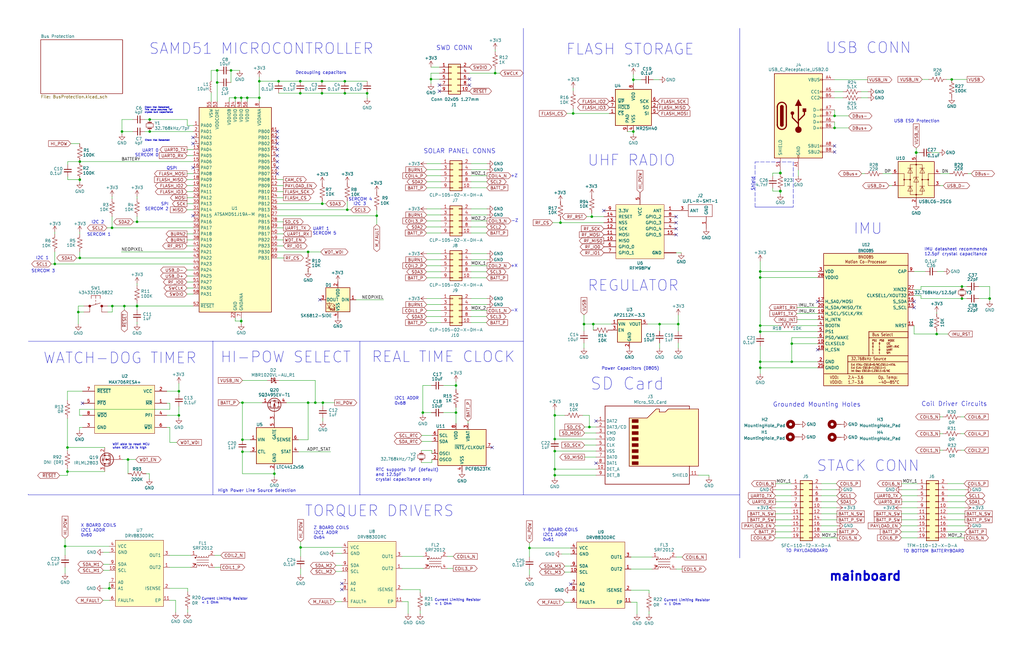
<source format=kicad_sch>
(kicad_sch (version 20230121) (generator eeschema)
  (paper "B")
  (title_block (title "PyCubed Mini") (date "2023-06-18") (rev "B3/03") (company "RExLab Carnegie Mellon University") (comment 1 "Z.Manchester") (comment 2 "N.Khera") (comment 3 "M.Holliday"))
  (junction (at 102.235 190.627))
  (junction (at 146.431 88.519))
  (junction (at 46.101 248.285))
  (junction (at 115.697 199.898))
  (junction (at 126.619 39.37))
  (junction (at 267.081 33.655))
  (junction (at 386.334 64.389) (diameter 1.016))
  (junction (at 223.266 231.267))
  (junction (at 394.97 140.97))
  (junction (at 28.448 199.009))
  (junction (at 99.187 41.275))
  (junction (at 132.969 169.926))
  (junction (at 181.737 33.401))
  (junction (at 278.13 136.779))
  (junction (at 126.619 34.29))
  (junction (at 320.548 117.094))
  (junction (at 329.057 80.645) (diameter 1.016))
  (junction (at 145.415 34.29))
  (junction (at 351.917 48.895))
  (junction (at 250.19 136.779))
  (junction (at 241.681 47.879))
  (junction (at 208.788 30.861))
  (junction (at 154.813 39.37))
  (junction (at 102.235 169.926))
  (junction (at 27.432 230.505))
  (junction (at 249.555 91.44))
  (junction (at 267.081 55.499))
  (junction (at 51.435 55.499))
  (junction (at 28.448 188.849))
  (junction (at 135.763 34.29))
  (junction (at 333.883 152.654))
  (junction (at 57.785 93.599))
  (junction (at 75.438 165.1))
  (junction (at 236.347 93.98))
  (junction (at 109.347 34.29))
  (junction (at 63.119 50.419))
  (junction (at 23.114 111.379))
  (junction (at 320.548 152.654))
  (junction (at 47.371 129.159))
  (junction (at 102.235 185.547))
  (junction (at 33.02 131.699))
  (junction (at 135.763 39.37))
  (junction (at 405.638 120.904))
  (junction (at 320.548 137.414))
  (junction (at 192.278 162.687))
  (junction (at 405.638 125.984))
  (junction (at 401.32 33.528))
  (junction (at 329.057 73.025) (diameter 1.016))
  (junction (at 109.347 41.275))
  (junction (at 101.727 135.509))
  (junction (at 129.921 106.299))
  (junction (at 248.539 180.213))
  (junction (at 75.438 175.26))
  (junction (at 104.267 41.275))
  (junction (at 33.655 75.819))
  (junction (at 192.278 174.117))
  (junction (at 286.004 136.779))
  (junction (at 320.548 155.194))
  (junction (at 63.119 55.499))
  (junction (at 57.785 129.159))
  (junction (at 53.975 193.929))
  (junction (at 117.475 34.29))
  (junction (at 101.727 41.275))
  (junction (at 233.934 197.993))
  (junction (at 178.308 174.117))
  (junction (at 91.567 29.718))
  (junction (at 233.934 190.373))
  (junction (at 135.89 85.979))
  (junction (at 158.877 91.059))
  (junction (at 126.746 231.013))
  (junction (at 136.144 169.926))
  (junction (at 145.415 39.37))
  (junction (at 351.917 53.975))
  (junction (at 47.244 96.139))
  (junction (at 91.567 34.798))
  (junction (at 52.451 129.159))
  (junction (at 333.883 145.034))
  (junction (at 417.322 125.984))
  (junction (at 233.934 185.293))
  (junction (at 33.655 108.839))
  (junction (at 129.921 169.926))
  (junction (at 320.548 114.554))
  (junction (at 233.934 200.533))
  (junction (at 97.409 29.718))
  (junction (at 233.934 175.26))
  (junction (at 246.253 136.779))
  (junction (at 320.548 139.954))
  (junction (at 33.655 68.199))
  (no_connect (at 285.115 96.52))
  (no_connect (at 144.145 246.253))
  (no_connect (at 254.635 88.9))
  (no_connect (at 116.967 63.119))
  (no_connect (at 116.967 70.739))
  (no_connect (at 116.967 68.199))
  (no_connect (at 116.967 65.659))
  (no_connect (at 116.967 73.279))
  (no_connect (at 344.805 127.254))
  (no_connect (at 197.993 35.941))
  (no_connect (at 81.407 58.039))
  (no_connect (at 81.407 70.739))
  (no_connect (at 81.407 60.579))
  (no_connect (at 251.333 177.673))
  (no_connect (at 285.115 99.06))
  (no_connect (at 385.445 129.794))
  (no_connect (at 185.293 35.941))
  (no_connect (at 185.293 38.481))
  (no_connect (at 116.967 58.039))
  (no_connect (at 116.967 60.579))
  (no_connect (at 285.115 93.98))
  (no_connect (at 351.917 61.595))
  (no_connect (at 351.917 64.135))
  (no_connect (at 197.993 33.401))
  (no_connect (at 385.445 127.254))
  (no_connect (at 134.874 126.492))
  (no_connect (at 144.145 248.793))
  (no_connect (at 207.518 188.849))
  (no_connect (at 285.115 91.44))
  (no_connect (at 116.967 55.499))
  (no_connect (at 81.407 91.059))
  (no_connect (at 240.665 246.507))
  (no_connect (at 34.798 170.18))
  (no_connect (at 251.333 195.453))
  (no_connect (at 344.805 147.574))
  (wire (pts (xy 99.187 41.275) (xy 99.187 42.799)))
  (wire (pts (xy 333.883 142.494) (xy 333.883 145.034)))
  (wire (pts (xy 44.196 188.849) (xy 28.448 188.849)))
  (wire (pts (xy 407.67 120.904) (xy 405.638 120.904)))
  (wire (pts (xy 208.788 30.861) (xy 210.82 30.861)))
  (wire (pts (xy 400.431 73.279) (xy 396.494 73.279)))
  (wire (pts (xy 169.545 248.793) (xy 177.165 248.793)))
  (wire (pts (xy 27.432 230.505) (xy 46.101 230.505)))
  (wire (pts (xy 198.628 117.221) (xy 205.105 117.221)))
  (wire (pts (xy 71.501 253.365) (xy 74.041 253.365)))
  (wire (pts (xy 266.065 240.157) (xy 274.955 240.157)))
  (wire (pts (xy 27.432 239.395) (xy 27.432 241.935)))
  (wire (pts (xy 246.507 180.213) (xy 248.539 180.213)))
  (wire (pts (xy 320.548 110.236) (xy 320.548 114.554)))
  (wire (pts (xy 240.665 238.887) (xy 238.125 238.887)))
  (wire (pts (xy 320.548 137.414) (xy 320.548 139.954)))
  (wire (pts (xy 109.347 32.512) (xy 109.347 34.29)))
  (wire (pts (xy 46.101 238.125) (xy 43.561 238.125)))
  (wire (pts (xy 333.883 152.654) (xy 320.548 152.654)))
  (wire (pts (xy 250.19 139.319) (xy 250.19 136.779)))
  (polyline (pts (xy 311.912 208.788) (xy 11.938 208.788)))
  (wire (pts (xy 198.628 98.298) (xy 205.105 98.298)))
  (wire (pts (xy 71.628 186.69) (xy 71.628 180.34)))
  (wire (pts (xy 179.959 136.144) (xy 185.928 136.144)))
  (wire (pts (xy 150.114 126.492) (xy 161.798 126.492)))
  (wire (pts (xy 344.805 152.654) (xy 333.883 152.654)))
  (wire (pts (xy 57.785 129.159) (xy 57.785 130.81)))
  (wire (pts (xy 326.898 216.789) (xy 333.629 216.789)))
  (wire (pts (xy 27.432 230.505) (xy 27.432 234.315)))
  (wire (pts (xy 181.737 33.401) (xy 181.737 35.306)))
  (wire (pts (xy 386.842 209.169) (xy 380.238 209.169)))
  (wire (pts (xy 102.235 160.528) (xy 112.649 160.528)))
  (wire (pts (xy 33.655 68.199) (xy 28.575 68.199)))
  (wire (pts (xy 115.697 199.898) (xy 102.235 199.898)))
  (wire (pts (xy 329.057 73.025) (xy 325.882 73.025)))
  (wire (pts (xy 70.358 175.26) (xy 75.438 175.26)))
  (wire (pts (xy 179.959 76.708) (xy 185.928 76.708)))
  (wire (pts (xy 44.196 199.009) (xy 28.448 199.009)))
  (wire (pts (xy 23.114 111.379) (xy 81.407 111.379)))
  (wire (pts (xy 320.548 146.05) (xy 320.548 152.654)))
  (wire (pts (xy 179.832 98.298) (xy 185.928 98.298)))
  (wire (pts (xy 96.647 42.799) (xy 96.647 41.275)))
  (wire (pts (xy 178.308 174.117) (xy 181.864 174.117)))
  (wire (pts (xy 78.867 85.979) (xy 81.407 85.979)))
  (wire (pts (xy 406.908 214.249) (xy 399.542 214.249)))
  (wire (pts (xy 396.24 175.895) (xy 397.51 175.895)))
  (wire (pts (xy 126.619 39.37) (xy 117.475 39.37)))
  (wire (pts (xy 119.507 83.439) (xy 116.967 83.439)))
  (wire (pts (xy 223.266 240.157) (xy 223.266 242.697)))
  (wire (pts (xy 179.959 109.601) (xy 185.928 109.601)))
  (wire (pts (xy 53.975 193.929) (xy 53.975 199.898)))
  (wire (pts (xy 380.111 224.409) (xy 386.842 224.409)))
  (wire (pts (xy 192.278 171.958) (xy 192.278 174.117)))
  (wire (pts (xy 205.359 93.218) (xy 198.628 93.218)))
  (wire (pts (xy 144.145 241.173) (xy 141.605 241.173)))
  (wire (pts (xy 267.081 56.515) (xy 267.081 55.499)))
  (wire (pts (xy 186.944 162.687) (xy 192.278 162.687)))
  (wire (pts (xy 185.293 30.861) (xy 181.737 30.861)))
  (wire (pts (xy 57.785 93.599) (xy 81.407 93.599)))
  (wire (pts (xy 119.507 93.599) (xy 116.967 93.599)))
  (wire (pts (xy 135.89 85.979) (xy 137.414 85.979)))
  (wire (pts (xy 28.575 68.199) (xy 28.575 69.469)))
  (wire (pts (xy 247.396 91.44) (xy 249.555 91.44)))
  (polyline (pts (xy 334.518 68.326) (xy 334.518 87.376)) (stroke (width 0) (type dash)))
  (wire (pts (xy 246.507 182.753) (xy 251.333 182.753)))
  (wire (pts (xy 407.67 125.984) (xy 405.638 125.984)))
  (wire (pts (xy 34.798 165.1) (xy 28.448 165.1)))
  (wire (pts (xy 278.13 146.939) (xy 278.13 144.78)))
  (wire (pts (xy 273.685 249.047) (xy 273.685 250.317)))
  (wire (pts (xy 177.8 186.309) (xy 182.118 186.309)))
  (wire (pts (xy 116.967 106.299) (xy 129.921 106.299)))
  (wire (pts (xy 78.867 103.759) (xy 81.407 103.759)))
  (wire (pts (xy 119.507 103.759) (xy 116.967 103.759)))
  (wire (pts (xy 205.359 90.678) (xy 198.628 90.678)))
  (wire (pts (xy 78.867 101.219) (xy 81.407 101.219)))
  (wire (pts (xy 351.917 48.895) (xy 357.886 48.895)))
  (wire (pts (xy 28.448 199.009) (xy 28.448 197.739)))
  (wire (pts (xy 179.959 79.248) (xy 185.928 79.248)))
  (wire (pts (xy 325.882 73.025) (xy 325.882 74.295)))
  (wire (pts (xy 104.267 41.275) (xy 109.347 41.275)))
  (wire (pts (xy 388.366 124.714) (xy 385.445 124.714)))
  (wire (pts (xy 51.181 106.299) (xy 81.407 106.299)))
  (wire (pts (xy 115.697 201.295) (xy 115.697 199.898)))
  (polyline (pts (xy 220.726 11.938) (xy 220.726 208.788)))
  (polyline (pts (xy 89.789 143.891) (xy 89.789 208.788)))
  (wire (pts (xy 198.628 125.984) (xy 205.359 125.984)))
  (wire (pts (xy 333.883 145.034) (xy 344.805 145.034)))
  (wire (pts (xy 264.541 55.499) (xy 267.081 55.499)))
  (wire (pts (xy 179.832 114.681) (xy 185.928 114.681)))
  (wire (pts (xy 179.959 128.524) (xy 185.928 128.524)))
  (wire (pts (xy 101.727 41.275) (xy 101.727 42.799)))
  (wire (pts (xy 380.111 214.249) (xy 386.842 214.249)))
  (wire (pts (xy 33.02 131.699) (xy 33.02 136.779)))
  (wire (pts (xy 320.548 139.954) (xy 344.805 139.954)))
  (wire (pts (xy 278.13 136.779) (xy 273.05 136.779)))
  (wire (pts (xy 353.06 226.949) (xy 346.329 226.949)))
  (polyline (pts (xy 11.938 144.018) (xy 220.726 144.018)))
  (wire (pts (xy 146.431 88.519) (xy 147.955 88.519)))
  (wire (pts (xy 135.89 84.963) (xy 135.89 85.979)))
  (wire (pts (xy 129.921 185.547) (xy 125.857 185.547)))
  (wire (pts (xy 136.144 171.323) (xy 136.144 169.926)))
  (wire (pts (xy 46.101 245.745) (xy 46.101 248.285)))
  (wire (pts (xy 126.746 228.6) (xy 126.746 231.013)))
  (wire (pts (xy 336.042 132.334) (xy 344.805 132.334)))
  (wire (pts (xy 33.655 106.299) (xy 33.655 108.839)))
  (wire (pts (xy 352.806 211.709) (xy 346.329 211.709)))
  (wire (pts (xy 178.308 162.687) (xy 181.864 162.687)))
  (wire (pts (xy 374.904 78.359) (xy 376.174 78.359)))
  (wire (pts (xy 146.431 84.836) (xy 146.431 88.519)))
  (wire (pts (xy 325.882 80.645) (xy 329.057 80.645)))
  (wire (pts (xy 81.407 113.919) (xy 78.867 113.919)))
  (polyline (pts (xy 11.938 208.788) (xy 11.938 208.534)))
  (wire (pts (xy 179.832 133.604) (xy 185.928 133.604)))
  (wire (pts (xy 399.542 221.869) (xy 407.035 221.869)))
  (wire (pts (xy 355.473 38.735) (xy 351.917 38.735)))
  (wire (pts (xy 99.187 41.275) (xy 101.727 41.275)))
  (wire (pts (xy 233.934 175.26) (xy 233.934 185.293)))
  (wire (pts (xy 285.115 235.077) (xy 287.655 235.077)))
  (wire (pts (xy 246.507 192.913) (xy 251.333 192.913)))
  (wire (pts (xy 23.114 97.917) (xy 23.114 98.679)))
  (wire (pts (xy 352.806 209.169) (xy 346.329 209.169)))
  (wire (pts (xy 399.542 206.629) (xy 407.035 206.629)))
  (wire (pts (xy 399.542 204.089) (xy 406.527 204.089)))
  (wire (pts (xy 129.921 106.299) (xy 129.921 107.061)))
  (wire (pts (xy 179.959 71.628) (xy 185.928 71.628)))
  (wire (pts (xy 417.322 127) (xy 417.322 125.984)))
  (wire (pts (xy 249.555 91.44) (xy 254.635 91.44)))
  (wire (pts (xy 61.087 55.499) (xy 63.119 55.499)))
  (wire (pts (xy 104.267 41.275) (xy 104.267 42.799)))
  (wire (pts (xy 89.027 39.116) (xy 89.027 42.799)))
  (wire (pts (xy 396.24 183.007) (xy 397.51 183.007)))
  (wire (pts (xy 233.934 190.373) (xy 251.333 190.373)))
  (wire (pts (xy 119.507 80.899) (xy 116.967 80.899)))
  (wire (pts (xy 407.035 209.169) (xy 399.542 209.169)))
  (wire (pts (xy 27.432 227.203) (xy 27.432 230.505)))
  (wire (pts (xy 145.415 39.37) (xy 154.813 39.37)))
  (wire (pts (xy 46.101 233.045) (xy 43.561 233.045)))
  (wire (pts (xy 91.567 34.798) (xy 91.567 42.799)))
  (wire (pts (xy 78.994 50.419) (xy 78.994 52.959)))
  (wire (pts (xy 396.24 189.992) (xy 397.637 189.992)))
  (wire (pts (xy 333.883 142.494) (xy 344.805 142.494)))
  (wire (pts (xy 329.057 71.755) (xy 329.057 73.025)))
  (wire (pts (xy 328.168 137.414) (xy 320.548 137.414)))
  (wire (pts (xy 233.934 172.974) (xy 233.934 175.26)))
  (wire (pts (xy 205.359 109.601) (xy 198.628 109.601)))
  (wire (pts (xy 267.081 33.655) (xy 270.383 33.655)))
  (wire (pts (xy 286.004 146.939) (xy 286.004 144.78)))
  (wire (pts (xy 57.785 135.89) (xy 57.785 136.779)))
  (wire (pts (xy 355.473 41.275) (xy 351.917 41.275)))
  (wire (pts (xy 336.042 134.874) (xy 344.805 134.874)))
  (wire (pts (xy 117.475 34.29) (xy 126.619 34.29)))
  (wire (pts (xy 388.366 125.984) (xy 388.366 124.714)))
  (wire (pts (xy 205.359 74.168) (xy 198.628 74.168)))
  (wire (pts (xy 198.628 133.604) (xy 205.105 133.604)))
  (wire (pts (xy 185.293 28.321) (xy 181.737 28.321)))
  (wire (pts (xy 177.673 190.119) (xy 182.118 190.119)))
  (wire (pts (xy 63.119 50.419) (xy 78.994 50.419)))
  (wire (pts (xy 53.975 193.929) (xy 57.277 193.929)))
  (wire (pts (xy 172.085 253.873) (xy 172.085 258.953)))
  (wire (pts (xy 125.857 190.627) (xy 139.446 190.627)))
  (wire (pts (xy 396.494 78.359) (xy 397.764 78.359)))
  (wire (pts (xy 62.992 199.898) (xy 62.992 202.057)))
  (wire (pts (xy 233.934 190.373) (xy 233.934 197.993)))
  (wire (pts (xy 266.065 254.127) (xy 268.605 254.127)))
  (wire (pts (xy 223.266 229.108) (xy 223.266 231.267)))
  (wire (pts (xy 388.366 120.904) (xy 405.638 120.904)))
  (wire (pts (xy 61.087 50.419) (xy 63.119 50.419)))
  (wire (pts (xy 388.366 120.904) (xy 388.366 122.174)))
  (wire (pts (xy 132.969 169.926) (xy 136.144 169.926)))
  (wire (pts (xy 47.244 82.931) (xy 47.244 83.82)))
  (wire (pts (xy 23.114 106.299) (xy 23.114 111.379)))
  (wire (pts (xy 285.115 240.157) (xy 287.655 240.157)))
  (wire (pts (xy 198.628 79.248) (xy 205.232 79.248)))
  (wire (pts (xy 287.274 106.68) (xy 285.115 106.68)))
  (wire (pts (xy 335.788 137.414) (xy 344.805 137.414)))
  (wire (pts (xy 179.959 93.218) (xy 185.928 93.218)))
  (wire (pts (xy 205.232 76.708) (xy 198.628 76.708)))
  (wire (pts (xy 237.998 254.127) (xy 240.665 254.127)))
  (wire (pts (xy 351.917 53.975) (xy 357.886 53.975)))
  (wire (pts (xy 177.673 195.199) (xy 182.118 195.199)))
  (wire (pts (xy 75.438 176.276) (xy 75.438 175.26)))
  (wire (pts (xy 33.655 68.199) (xy 81.407 68.199)))
  (wire (pts (xy 45.466 129.159) (xy 47.371 129.159)))
  (wire (pts (xy 387.604 64.389) (xy 386.334 64.389)))
  (wire (pts (xy 405.257 189.992) (xy 406.654 189.992)))
  (wire (pts (xy 233.934 175.26) (xy 238.125 175.26)))
  (wire (pts (xy 126.746 231.013) (xy 144.145 231.013)))
  (wire (pts (xy 78.867 121.539) (xy 81.407 121.539)))
  (wire (pts (xy 97.409 34.798) (xy 97.409 29.718)))
  (wire (pts (xy 197.358 177.673) (xy 197.358 178.689)))
  (wire (pts (xy 179.959 117.221) (xy 185.928 117.221)))
  (wire (pts (xy 223.266 231.267) (xy 223.266 235.077)))
  (wire (pts (xy 46.101 240.665) (xy 43.561 240.665)))
  (wire (pts (xy 129.921 169.926) (xy 129.921 185.547)))
  (wire (pts (xy 99.187 135.509) (xy 101.727 135.509)))
  (wire (pts (xy 71.501 239.395) (xy 80.391 239.395)))
  (wire (pts (xy 268.605 254.127) (xy 268.605 259.207)))
  (wire (pts (xy 141.478 253.873) (xy 144.145 253.873)))
  (polyline (pts (xy 311.912 11.938) (xy 311.912 235.458)))
  (wire (pts (xy 248.539 175.26) (xy 245.745 175.26)))
  (wire (pts (xy 320.548 117.094) (xy 344.805 117.094)))
  (wire (pts (xy 267.081 33.655) (xy 267.081 35.179)))
  (wire (pts (xy 327.152 206.629) (xy 333.629 206.629)))
  (wire (pts (xy 101.727 41.275) (xy 104.267 41.275)))
  (wire (pts (xy 179.959 88.138) (xy 185.928 88.138)))
  (wire (pts (xy 188.595 239.903) (xy 191.135 239.903)))
  (wire (pts (xy 385.445 140.97) (xy 385.445 137.414)))
  (wire (pts (xy 409.575 73.279) (xy 408.051 73.279)))
  (wire (pts (xy 81.407 65.659) (xy 78.867 65.659)))
  (wire (pts (xy 23.114 111.379) (xy 21.59 111.379)))
  (wire (pts (xy 100.965 169.926) (xy 102.235 169.926)))
  (wire (pts (xy 115.697 198.247) (xy 115.697 199.898)))
  (wire (pts (xy 101.727 135.509) (xy 101.727 136.652)))
  (polyline (pts (xy 318.389 68.326) (xy 334.518 68.326)) (stroke (width 0) (type dash)))
  (wire (pts (xy 386.842 211.709) (xy 380.238 211.709)))
  (wire (pts (xy 388.366 122.174) (xy 385.445 122.174)))
  (wire (pts (xy 278.003 33.655) (xy 275.463 33.655)))
  (wire (pts (xy 273.685 257.937) (xy 273.685 259.207)))
  (wire (pts (xy 246.253 146.939) (xy 246.253 144.78)))
  (wire (pts (xy 385.445 114.554) (xy 390.144 114.554)))
  (wire (pts (xy 179.959 131.064) (xy 185.928 131.064)))
  (wire (pts (xy 333.629 226.949) (xy 326.898 226.949)))
  (wire (pts (xy 249.555 90.043) (xy 249.555 91.44)))
  (wire (pts (xy 192.278 162.687) (xy 192.278 164.338)))
  (wire (pts (xy 380.111 204.089) (xy 386.842 204.089)))
  (wire (pts (xy 78.867 88.519) (xy 81.407 88.519)))
  (wire (pts (xy 92.329 29.718) (xy 91.567 29.718)))
  (wire (pts (xy 250.19 136.779) (xy 257.81 136.779)))
  (wire (pts (xy 179.959 74.168) (xy 185.928 74.168)))
  (wire (pts (xy 79.121 248.285) (xy 79.121 249.555)))
  (wire (pts (xy 92.329 34.798) (xy 91.567 34.798)))
  (wire (pts (xy 78.867 73.279) (xy 81.407 73.279)))
  (wire (pts (xy 28.575 74.549) (xy 28.575 75.819)))
  (wire (pts (xy 197.993 30.861) (xy 208.788 30.861)))
  (wire (pts (xy 116.967 101.219) (xy 119.507 101.219)))
  (wire (pts (xy 74.041 253.365) (xy 74.041 258.445)))
  (wire (pts (xy 177.8 183.769) (xy 182.118 183.769)))
  (wire (pts (xy 120.777 169.926) (xy 129.921 169.926)))
  (wire (pts (xy 233.934 200.533) (xy 251.333 200.533)))
  (wire (pts (xy 33.528 175.26) (xy 33.528 172.72)))
  (wire (pts (xy 158.877 88.646) (xy 158.877 91.059)))
  (wire (pts (xy 182.118 190.119) (xy 182.118 191.389)))
  (wire (pts (xy 346.329 204.089) (xy 352.679 204.089)))
  (wire (pts (xy 320.548 157.734) (xy 320.548 155.194)))
  (wire (pts (xy 116.967 88.519) (xy 146.431 88.519)))
  (wire (pts (xy 188.595 234.823) (xy 191.135 234.823)))
  (wire (pts (xy 185.293 33.401) (xy 181.737 33.401)))
  (wire (pts (xy 406.908 216.789) (xy 399.542 216.789)))
  (wire (pts (xy 79.121 257.175) (xy 79.121 258.445)))
  (wire (pts (xy 406.654 226.949) (xy 399.542 226.949)))
  (wire (pts (xy 33.528 175.26) (xy 34.798 175.26)))
  (wire (pts (xy 326.898 221.869) (xy 333.629 221.869)))
  (wire (pts (xy 52.451 129.159) (xy 52.451 130.81)))
  (wire (pts (xy 33.528 180.34) (xy 34.798 180.34)))
  (wire (pts (xy 333.629 209.169) (xy 327.025 209.169)))
  (wire (pts (xy 386.334 65.659) (xy 386.334 64.389)))
  (wire (pts (xy 240.665 233.807) (xy 236.855 233.807)))
  (wire (pts (xy 325.882 79.375) (xy 325.882 80.645)))
  (wire (pts (xy 246.253 132.842) (xy 246.253 136.779)))
  (wire (pts (xy 63.119 55.499) (xy 81.407 55.499)))
  (wire (pts (xy 352.806 214.249) (xy 346.329 214.249)))
  (wire (pts (xy 364.617 73.279) (xy 363.347 73.279)))
  (wire (pts (xy 43.434 248.285) (xy 46.101 248.285)))
  (wire (pts (xy 102.235 190.627) (xy 105.537 190.627)))
  (wire (pts (xy 102.235 185.547) (xy 105.537 185.547)))
  (wire (pts (xy 198.628 88.138) (xy 205.359 88.138)))
  (wire (pts (xy 33.655 108.839) (xy 32.258 108.839)))
  (wire (pts (xy 344.805 155.194) (xy 320.548 155.194)))
  (wire (pts (xy 333.629 211.709) (xy 327.025 211.709)))
  (wire (pts (xy 352.933 216.789) (xy 346.329 216.789)))
  (wire (pts (xy 236.347 93.98) (xy 254.635 93.98)))
  (wire (pts (xy 336.042 129.794) (xy 344.805 129.794)))
  (wire (pts (xy 145.415 34.29) (xy 154.813 34.29)))
  (wire (pts (xy 29.845 60.579) (xy 33.655 60.579)))
  (wire (pts (xy 248.539 180.213) (xy 251.333 180.213)))
  (wire (pts (xy 126.746 231.013) (xy 126.746 234.823)))
  (wire (pts (xy 81.407 116.459) (xy 78.867 116.459)))
  (polyline (pts (xy 318.389 87.376) (xy 318.389 68.326)) (stroke (width 0) (type dash)))
  (wire (pts (xy 28.448 165.1) (xy 28.448 168.91)))
  (wire (pts (xy 78.867 78.359) (xy 81.407 78.359)))
  (wire (pts (xy 401.32 33.528) (xy 407.797 33.528)))
  (wire (pts (xy 144.145 233.553) (xy 141.605 233.553)))
  (wire (pts (xy 405.13 183.007) (xy 406.654 183.007)))
  (wire (pts (xy 395.224 114.554) (xy 398.018 114.554)))
  (wire (pts (xy 179.959 107.061) (xy 185.928 107.061)))
  (wire (pts (xy 169.545 253.873) (xy 172.085 253.873)))
  (wire (pts (xy 71.628 186.69) (xy 74.549 186.69)))
  (wire (pts (xy 205.359 112.141) (xy 198.628 112.141)))
  (wire (pts (xy 320.548 114.554) (xy 344.805 114.554)))
  (wire (pts (xy 89.027 29.718) (xy 91.567 29.718)))
  (wire (pts (xy 198.628 95.758) (xy 205.105 95.758)))
  (wire (pts (xy 129.921 114.681) (xy 129.921 114.427)))
  (wire (pts (xy 57.785 91.44) (xy 57.785 93.599)))
  (wire (pts (xy 351.917 46.355) (xy 351.917 48.895)))
  (wire (pts (xy 246.507 187.833) (xy 251.333 187.833)))
  (wire (pts (xy 57.785 129.159) (xy 81.407 129.159)))
  (wire (pts (xy 47.244 91.44) (xy 47.244 96.139)))
  (wire (pts (xy 177.165 248.793) (xy 177.165 250.063)))
  (wire (pts (xy 286.004 139.7) (xy 286.004 136.779)))
  (polyline (pts (xy 151.765 144.018) (xy 151.765 208.915)))
  (wire (pts (xy 320.548 139.954) (xy 320.548 140.97)))
  (wire (pts (xy 61.595 199.898) (xy 62.992 199.898)))
  (wire (pts (xy 51.816 193.929) (xy 53.975 193.929)))
  (wire (pts (xy 57.785 128.016) (xy 57.785 129.159)))
  (wire (pts (xy 386.334 62.484) (xy 386.334 64.389)))
  (wire (pts (xy 71.628 180.34) (xy 70.358 180.34)))
  (wire (pts (xy 132.969 160.528) (xy 132.969 169.926)))
  (wire (pts (xy 115.697 177.546) (xy 115.697 177.927)))
  (wire (pts (xy 392.684 64.389) (xy 395.986 64.389)))
  (wire (pts (xy 233.934 197.993) (xy 251.333 197.993)))
  (wire (pts (xy 351.917 33.655) (xy 365.887 33.655)))
  (wire (pts (xy 326.898 224.409) (xy 333.629 224.409)))
  (wire (pts (xy 116.967 78.359) (xy 119.507 78.359)))
  (wire (pts (xy 75.438 161.798) (xy 75.438 165.1)))
  (wire (pts (xy 91.567 29.718) (xy 91.567 34.798)))
  (wire (pts (xy 52.451 129.159) (xy 57.785 129.159)))
  (wire (pts (xy 57.785 82.931) (xy 57.785 83.82)))
  (wire (pts (xy 33.02 129.159) (xy 35.306 129.159)))
  (wire (pts (xy 178.308 174.879) (xy 178.308 174.117)))
  (wire (pts (xy 406.908 219.329) (xy 399.542 219.329)))
  (wire (pts (xy 28.448 176.53) (xy 28.448 188.849)))
  (wire (pts (xy 33.655 97.917) (xy 33.655 98.679)))
  (wire (pts (xy 47.371 129.159) (xy 52.451 129.159)))
  (wire (pts (xy 366.014 38.735) (xy 363.093 38.735)))
  (wire (pts (xy 135.255 106.299) (xy 129.921 106.299)))
  (wire (pts (xy 43.434 253.365) (xy 46.101 253.365)))
  (wire (pts (xy 178.308 162.687) (xy 178.308 174.117)))
  (wire (pts (xy 205.359 128.524) (xy 198.628 128.524)))
  (wire (pts (xy 388.874 33.528) (xy 391.541 33.528)))
  (wire (pts (xy 119.507 96.139) (xy 116.967 96.139)))
  (wire (pts (xy 329.057 80.645) (xy 329.057 81.915)))
  (wire (pts (xy 407.035 211.709) (xy 399.542 211.709)))
  (wire (pts (xy 298.958 201.295) (xy 298.958 200.533)))
  (wire (pts (xy 102.235 199.898) (xy 102.235 190.627)))
  (wire (pts (xy 208.788 29.337) (xy 208.788 30.861)))
  (wire (pts (xy 351.917 51.435) (xy 351.917 53.975)))
  (wire (pts (xy 126.746 239.903) (xy 126.746 242.443)))
  (wire (pts (xy 240.665 241.427) (xy 238.125 241.427)))
  (wire (pts (xy 406.908 224.409) (xy 399.542 224.409)))
  (wire (pts (xy 241.681 38.354) (xy 241.681 37.211)))
  (wire (pts (xy 28.448 200.66) (xy 28.448 199.009)))
  (wire (pts (xy 267.081 31.369) (xy 267.081 33.655)))
  (wire (pts (xy 169.545 234.823) (xy 178.435 234.823)))
  (wire (pts (xy 326.898 214.249) (xy 333.629 214.249)))
  (wire (pts (xy 239.014 47.879) (xy 241.681 47.879)))
  (wire (pts (xy 298.958 200.533) (xy 294.513 200.533)))
  (wire (pts (xy 266.065 235.077) (xy 274.955 235.077)))
  (wire (pts (xy 401.32 33.528) (xy 399.161 33.528)))
  (wire (pts (xy 320.548 114.554) (xy 320.548 117.094)))
  (wire (pts (xy 47.244 96.139) (xy 81.407 96.139)))
  (wire (pts (xy 192.278 161.036) (xy 192.278 162.687)))
  (wire (pts (xy 353.06 224.409) (xy 346.329 224.409)))
  (wire (pts (xy 241.681 45.974) (xy 241.681 47.879)))
  (wire (pts (xy 28.448 188.849) (xy 28.448 190.119)))
  (wire (pts (xy 158.877 91.059) (xy 116.967 91.059)))
  (wire (pts (xy 109.347 34.29) (xy 117.475 34.29)))
  (polyline (pts (xy 318.389 87.376) (xy 334.518 87.376)))
  (wire (pts (xy 33.528 172.72) (xy 71.628 172.72)))
  (wire (pts (xy 102.235 169.926) (xy 110.617 169.926)))
  (wire (pts (xy 198.628 69.088) (xy 205.359 69.088)))
  (wire (pts (xy 346.329 206.629) (xy 352.679 206.629)))
  (wire (pts (xy 250.19 136.779) (xy 246.253 136.779)))
  (wire (pts (xy 75.438 171.45) (xy 75.438 175.26)))
  (wire (pts (xy 286.004 136.779) (xy 278.13 136.779)))
  (wire (pts (xy 205.359 71.628) (xy 198.628 71.628)))
  (wire (pts (xy 57.785 119.634) (xy 57.785 120.396)))
  (wire (pts (xy 417.322 125.984) (xy 412.75 125.984)))
  (wire (pts (xy 248.539 175.26) (xy 248.539 180.213)))
  (wire (pts (xy 327.025 204.089) (xy 333.629 204.089)))
  (wire (pts (xy 233.934 197.993) (xy 233.934 200.533)))
  (wire (pts (xy 75.438 165.1) (xy 75.438 166.37)))
  (wire (pts (xy 333.883 145.034) (xy 333.883 152.654)))
  (wire (pts (xy 102.235 169.926) (xy 102.235 185.547)))
  (wire (pts (xy 186.944 174.117) (xy 192.278 174.117)))
  (wire (pts (xy 278.13 139.7) (xy 278.13 136.779)))
  (wire (pts (xy 182.118 193.929) (xy 182.118 195.199)))
  (wire (pts (xy 223.266 231.267) (xy 240.665 231.267)))
  (wire (pts (xy 71.501 234.315) (xy 80.391 234.315)))
  (wire (pts (xy 126.619 34.29) (xy 135.763 34.29)))
  (wire (pts (xy 51.435 56.515) (xy 51.435 55.499)))
  (wire (pts (xy 179.959 125.984) (xy 185.928 125.984)))
  (wire (pts (xy 241.681 47.879) (xy 256.921 47.879)))
  (wire (pts (xy 320.548 117.094) (xy 320.548 137.414)))
  (wire (pts (xy 406.654 175.895) (xy 405.13 175.895)))
  (wire (pts (xy 45.466 131.699) (xy 47.371 131.699)))
  (wire (pts (xy 33.655 108.839) (xy 81.407 108.839)))
  (wire (pts (xy 97.409 29.718) (xy 101.092 29.718)))
  (wire (pts (xy 326.898 219.329) (xy 333.629 219.329)))
  (wire (pts (xy 78.867 75.819) (xy 81.407 75.819)))
  (wire (pts (xy 366.014 41.275) (xy 363.093 41.275)))
  (wire (pts (xy 352.933 219.329) (xy 346.329 219.329)))
  (wire (pts (xy 89.027 29.718) (xy 89.027 34.036)))
  (wire (pts (xy 380.111 216.789) (xy 386.842 216.789)))
  (wire (pts (xy 208.788 21.717) (xy 208.788 20.828)))
  (wire (pts (xy 380.111 219.329) (xy 386.842 219.329)))
  (wire (pts (xy 417.322 120.904) (xy 412.75 120.904)))
  (wire (pts (xy 144.145 238.633) (xy 141.605 238.633)))
  (wire (pts (xy 33.528 181.61) (xy 33.528 180.34)))
  (wire (pts (xy 233.934 185.293) (xy 251.333 185.293)))
  (wire (pts (xy 394.97 131.826) (xy 394.97 132.334)))
  (wire (pts (xy 78.867 118.999) (xy 81.407 118.999)))
  (wire (pts (xy 70.358 170.18) (xy 71.628 170.18)))
  (wire (pts (xy 51.435 55.499) (xy 51.435 50.419)))
  (wire (pts (xy 90.551 239.395) (xy 93.091 239.395)))
  (wire (pts (xy 380.111 221.869) (xy 386.842 221.869)))
  (wire (pts (xy 346.329 221.869) (xy 352.933 221.869)))
  (wire (pts (xy 386.842 226.949) (xy 380.111 226.949)))
  (wire (pts (xy 99.187 135.509) (xy 99.187 134.239)))
  (wire (pts (xy 45.085 96.139) (xy 47.244 96.139)))
  (wire (pts (xy 286.004 132.969) (xy 286.004 136.779)))
  (wire (pts (xy 81.407 63.119) (xy 78.867 63.119)))
  (wire (pts (xy 109.347 34.29) (xy 109.347 41.275)))
  (wire (pts (xy 198.628 136.144) (xy 205.105 136.144)))
  (wire (pts (xy 119.761 108.839) (xy 116.967 108.839)))
  (wire (pts (xy 51.435 55.499) (xy 56.007 55.499)))
  (wire (pts (xy 169.545 239.903) (xy 178.435 239.903)))
  (wire (pts (xy 198.628 107.061) (xy 205.359 107.061)))
  (wire (pts (xy 320.548 152.654) (xy 320.548 155.194)))
  (wire (pts (xy 90.551 234.315) (xy 93.091 234.315)))
  (wire (pts (xy 405.638 125.984) (xy 388.366 125.984)))
  (wire (pts (xy 51.435 50.419) (xy 56.007 50.419)))
  (wire (pts (xy 47.371 131.699) (xy 47.371 129.159)))
  (wire (pts (xy 78.867 80.899) (xy 81.407 80.899)))
  (wire (pts (xy 117.729 160.528) (xy 132.969 160.528)))
  (wire (pts (xy 192.278 174.117) (xy 192.278 178.689)))
  (wire (pts (xy 78.867 124.079) (xy 81.407 124.079)))
  (wire (pts (xy 33.655 76.835) (xy 33.655 75.819)))
  (wire (pts (xy 179.832 95.758) (xy 185.928 95.758)))
  (wire (pts (xy 136.144 177.8) (xy 136.144 176.403)))
  (wire (pts (xy 78.867 98.679) (xy 81.407 98.679)))
  (wire (pts (xy 376.174 73.279) (xy 372.237 73.279)))
  (wire (pts (xy 154.813 41.402) (xy 154.813 39.37)))
  (wire (pts (xy 336.677 71.755) (xy 336.677 74.295)))
  (wire (pts (xy 25.146 200.66) (xy 28.448 200.66)))
  (wire (pts (xy 417.322 125.984) (xy 417.322 120.904)))
  (wire (pts (xy 28.575 75.819) (xy 33.655 75.819)))
  (wire (pts (xy 135.763 34.29) (xy 145.415 34.29)))
  (wire (pts (xy 198.628 114.681) (xy 205.105 114.681)))
  (wire (pts (xy 205.359 131.064) (xy 198.628 131.064)))
  (wire (pts (xy 33.02 131.699) (xy 35.306 131.699)))
  (wire (pts (xy 126.619 39.37) (xy 135.763 39.37)))
  (wire (pts (xy 129.921 169.926) (xy 132.969 169.926)))
  (wire (pts (xy 136.144 169.926) (xy 141.097 169.926)))
  (wire (pts (xy 158.877 94.742) (xy 158.877 91.059)))
  (wire (pts (xy 266.065 249.047) (xy 273.685 249.047)))
  (wire (pts (xy 119.507 75.819) (xy 116.967 75.819)))
  (wire (pts (xy 71.501 248.285) (xy 79.121 248.285)))
  (wire (pts (xy 96.647 41.275) (xy 99.187 41.275)))
  (wire (pts (xy 236.347 92.71) (xy 236.347 93.98)))
  (wire (pts (xy 179.959 69.088) (xy 185.928 69.088)))
  (wire (pts (xy 233.934 200.533) (xy 233.934 201.549)))
  (wire (pts (xy 181.737 30.861) (xy 181.737 33.401)))
  (wire (pts (xy 78.994 52.959) (xy 81.407 52.959)))
  (wire (pts (xy 116.967 98.679) (xy 119.507 98.679)))
  (wire (pts (xy 109.347 41.275) (xy 109.347 42.799)))
  (wire (pts (xy 56.261 93.599) (xy 57.785 93.599)))
  (wire (pts (xy 179.959 90.678) (xy 185.928 90.678)))
  (wire (pts (xy 246.253 139.7) (xy 246.253 136.779)))
  (wire (pts (xy 71.628 172.72) (xy 71.628 170.18)))
  (wire (pts (xy 177.165 257.683) (xy 177.165 258.953)))
  (wire (pts (xy 135.763 39.37) (xy 145.415 39.37)))
  (wire (pts (xy 101.727 134.239) (xy 101.727 135.509)))
  (wire (pts (xy 399.796 140.97) (xy 394.97 140.97)))
  (wire (pts (xy 116.967 85.979) (xy 135.89 85.979)))
  (wire (pts (xy 380.238 206.629) (xy 386.842 206.629)))
  (wire (pts (xy 70.358 165.1) (xy 75.438 165.1)))
  (wire (pts (xy 394.97 139.954) (xy 394.97 140.97)))
  (wire (pts (xy 394.97 140.97) (xy 385.445 140.97)))
  (wire (pts (xy 33.02 129.159) (xy 33.02 131.699)))
  (wire (pts (xy 233.045 93.98) (xy 236.347 93.98)))
  (wire (pts (xy 78.867 83.439) (xy 81.407 83.439)))
  (wire (pts (xy 179.959 112.141) (xy 185.928 112.141)))
  (text "High Power Line Source Selection" (at 91.821 207.899 0) (effects (font (size 1.27 1.27)) (justify left bottom)))
  (text "X BOARD COILS\nI2C1 ADDR\n0x60" (at 34.036 226.695 0) (effects (font (size 1.27 1.27)) (justify left bottom)))
  (text "SERCOM 0" (at 66.929 66.294 0) (effects (font (size 1.27 1.27)) (justify right bottom)))
  (text "+X" (at 218.313 113.03 0) (effects (font (size 1.27 1.27)) (justify right bottom)))
  (text "WDT able to reset MCU\nwhen WDT_EN is high" (at 47.371 189.611 0) (effects (font (size 0.889 0.889)) (justify left bottom)))
  (text "Current Limiting Resistor\n< 1 Ohm" (at 279.908 255.651 0) (effects (font (size 1.016 1.016)) (justify left bottom)))
  (text "mainboard" (at 349.377 245.491 0) (effects (font (size 3.81 3.81) (thickness 0.7976) bold) (justify left bottom)))
  (text "0x68" (at 171.196 171.069 0) (effects (font (size 1.27 1.27)) (justify right bottom)))
  (text "SAMD51 MICROCONTROLLER" (at 62.738 23.368 0) (effects (font (size 4.572 4.572)) (justify left bottom)))
  (text "FLASH STORAGE" (at 238.633 23.622 0) (effects (font (size 4.572 4.572)) (justify left bottom)))
  (text "UART 1" (at 131.826 97.409 0) (effects (font (size 1.27 1.27)) (justify left bottom)))
  (text "USB ESD Protection" (at 376.936 51.943 0) (effects (font (size 1.27 1.27)) (justify left bottom)))
  (text "REGULATOR" (at 247.65 123.317 0) (effects (font (size 4.572 4.572)) (justify left bottom)))
  (text "UART 0" (at 66.929 64.389 0) (effects (font (size 1.27 1.27)) (justify right bottom)))
  (text "SOLAR PANEL CONNS" (at 178.562 65.024 0) (effects (font (size 1.905 1.905)) (justify left bottom)))
  (text "SPI" (at 71.12 86.995 0) (effects (font (size 1.27 1.27)) (justify right bottom)))
  (text "I2C 3" (at 148.971 86.868 0) (effects (font (size 1.27 1.27)) (justify left bottom)))
  (text "Check Xtal Datasheet" (at 61.087 59.69 0) (effects (font (size 0.635 0.635)) (justify left bottom)))
  (text "Current Limiting Resistor\n< 1 Ohm" (at 84.963 255.016 0) (effects (font (size 1.016 1.016)) (justify left bottom)))
  (text "IMU datasheet recommends \n12.5pF crystal capacitance" (at 389.763 108.077 0) (effects (font (size 1.27 1.27)) (justify left bottom)))
  (text "-Z" (at 218.567 93.98 0) (effects (font (size 1.27 1.27)) (justify right bottom)))
  (text "-X" (at 218.313 131.826 0) (effects (font (size 1.27 1.27)) (justify right bottom)))
  (text "TO BOTTOM BATTERYBOARD" (at 380.873 233.426 0) (effects (font (size 1.27 1.27)) (justify left bottom)))
  (text "TORQUER DRIVERS" (at 128.397 218.44 0) (effects (font (size 4.572 4.572)) (justify left bottom)))
  (text "WATCH-DOG TIMER" (at 18.161 153.924 0) (effects (font (size 4.572 4.572)) (justify left bottom)))
  (text "SWD CONN" (at 183.896 21.463 0) (effects (font (size 1.905 1.905)) (justify left bottom)))
  (text "SERCOM 1" (at 46.736 99.822 0) (effects (font (size 1.27 1.27)) (justify right bottom)))
  (text "Coil Driver Circuits" (at 388.493 171.704 0) (effects (font (size 1.905 1.905)) (justify left bottom)))
  (text "STACK CONN" (at 344.297 199.39 0) (effects (font (size 4.572 4.572)) (justify left bottom)))
  (text "Shield" (at 318.262 80.645 90) (effects (font (size 1.27 1.27)) (justify left bottom)))
  (text "+Z" (at 218.313 75.057 0) (effects (font (size 1.27 1.27)) (justify right bottom)))
  (text "SERCOM 5" (at 131.826 99.314 0) (effects (font (size 1.27 1.27)) (justify left bottom)))
  (text "Decoupling capacitors" (at 124.587 31.496 0) (effects (font (size 1.27 1.27)) (justify left bottom)))
  (text "I2C 2" (at 38.481 94.615 0) (effects (font (size 1.27 1.27)) (justify left bottom)))
  (text "SERCOM 3" (at 23.241 115.189 0) (effects (font (size 1.27 1.27)) (justify right bottom)))
  (text "Current Limiting Resistor\n< 1 Ohm" (at 183.261 255.524 0) (effects (font (size 1.016 1.016)) (justify left bottom)))
  (text "Z BOARD COILS\nI2C1 ADDR\n0x64" (at 132.207 227.711 0) (effects (font (size 1.27 1.27)) (justify left bottom)))
  (text "IMU" (at 359.791 99.314 0) (effects (font (size 4.572 4.572)) (justify left bottom)))
  (text "UHF RADIO\n" (at 247.65 70.485 0) (effects (font (size 4.572 4.572)) (justify left bottom)))
  (text "SERCOM 2" (at 71.12 89.027 0) (effects (font (size 1.27 1.27)) (justify right bottom)))
  (text "Check Xtal Datasheet\nThis value assumes 7pF \ncrystal bulk capacitance" (at 60.96 47.879 0) (effects (font (size 0.635 0.635)) (justify left bottom)))
  (text "I2C 1" (at 20.574 109.728 0) (effects (font (size 1.27 1.27)) (justify right bottom)))
  (text "SERCOM 4" (at 156.972 84.963 0) (effects (font (size 1.27 1.27)) (justify right bottom)))
  (text "Grounded Mounting Holes" (at 325.882 171.958 0) (effects (font (size 1.905 1.905)) (justify left bottom)))
  (text "USB CONN" (at 347.98 22.987 0) (effects (font (size 4.572 4.572)) (justify left bottom)))
  (text "SD Card" (at 248.793 165.1 0) (effects (font (size 5.08 5.08)) (justify left bottom)))
  (text "HI-POW SELECT\n" (at 92.837 153.543 0) (effects (font (size 4.572 4.572)) (justify left bottom)))
  (text "REAL TIME CLOCK" (at 156.591 153.416 0) (effects (font (size 4.572 4.572)) (justify left bottom)))
  (text "Y BOARD COILS\nI2C1 ADDR\n0x61" (at 228.854 228.6 0) (effects (font (size 1.27 1.27)) (justify left bottom)))
  (text "Power Capacitors (0805)" (at 253.619 156.337 0) (effects (font (size 1.27 1.27)) (justify left bottom)))
  (text "QSPI" (at 74.803 71.882 0) (effects (font (size 1.27 1.27)) (justify right bottom)))
  (text "TO PAYLOADBOARD" (at 331.343 233.299 0) (effects (font (size 1.27 1.27)) (justify left bottom)))
  (text "I2C1 ADDR" (at 176.657 168.91 0) (effects (font (size 1.27 1.27)) (justify right bottom)))
  (text "RTC supports 7pF (default)\nand 12.5pF\ncrystal capacitance only" (at 158.369 203.2 0) (effects (font (size 1.27 1.27)) (justify left bottom)))
  (label "DN" (at 399.923 73.279 180))
  (label "BATTERY" (at 51.181 68.199 0))
  (label "MOZ_1" (at 198.628 74.168 0))
  (label "MOY_2" (at 405.892 226.949 180))
  (label "IMU_RX" (at 336.677 132.334 0))
  (label "ADPT_STAT" (at 139.446 190.627 180))
  (label "MOY_1" (at 333.629 204.089 180))
  (label "MOX_2" (at 198.628 131.064 0))
  (label "MOY_1" (at 386.842 204.089 180))
  (label "IMU_TX" (at 336.677 129.794 0))
  (label "MOX_1" (at 198.628 112.141 0))
  (label "NEOPIXEL" (at 161.798 126.492 180))
  (label "DP" (at 375.666 73.279 180))
  (label "NEOPIXEL" (at 51.181 106.299 0))
  (label "MOZ_2" (at 198.628 93.218 0))
  (label "MOY_2" (at 352.679 226.949 180))
  (global_label "UART0_TX" (shape input) (at 327.025 209.169 180) (property "Intersheetrefs" "${INTERSHEET_REFS}" (effects hide)))
  (global_label "BURN1" (shape input) (at 179.959 128.524 180) (property "Intersheetrefs" "${INTERSHEET_REFS}" (effects hide)))
  (global_label "UART1_TX" (shape output) (at 119.507 96.139 0) (property "Intersheetrefs" "${INTERSHEET_REFS}" (effects hide)))
  (global_label "COIL5_N" (shape output) (at 396.24 175.895 180) (property "Intersheetrefs" "${INTERSHEET_REFS}" (effects hide)))
  (global_label "SWDIO" (shape bidirectional) (at 197.993 28.321 0) (property "Intersheetrefs" "${INTERSHEET_REFS}" (effects hide)))
  (global_label "BURN1" (shape input) (at 179.959 109.601 180) (property "Intersheetrefs" "${INTERSHEET_REFS}" (effects hide)))
  (global_label "VUSB" (shape input) (at 246.253 132.842 90) (property "Intersheetrefs" "${INTERSHEET_REFS}" (effects hide)))
  (global_label "BATT_P" (shape input) (at 179.832 98.298 180) (property "Intersheetrefs" "${INTERSHEET_REFS}" (effects hide)))
  (global_label "PAYLOAD_EN" (shape input) (at 380.111 221.869 180) (property "Intersheetrefs" "${INTERSHEET_REFS}" (effects hide)))
  (global_label "UART0_RX" (shape output) (at 327.025 211.709 180) (property "Intersheetrefs" "${INTERSHEET_REFS}" (effects hide)))
  (global_label "SDA2" (shape bidirectional) (at 56.261 93.599 180) (property "Intersheetrefs" "${INTERSHEET_REFS}" (effects hide)))
  (global_label "BURN1" (shape input) (at 179.959 71.628 180) (property "Intersheetrefs" "${INTERSHEET_REFS}" (effects hide)))
  (global_label "COIL4_P" (shape input) (at 179.959 74.168 180) (property "Intersheetrefs" "${INTERSHEET_REFS}" (effects hide)))
  (global_label "RF_IO1" (shape bidirectional) (at 254.635 106.68 180) (property "Intersheetrefs" "${INTERSHEET_REFS}" (effects hide)))
  (global_label "SD_MISO" (shape output) (at 246.507 192.913 180) (property "Intersheetrefs" "${INTERSHEET_REFS}" (effects hide)))
  (global_label "M_FAULT" (shape bidirectional) (at 237.998 254.127 180) (property "Intersheetrefs" "${INTERSHEET_REFS}" (effects hide)))
  (global_label "VUSB_IN" (shape input) (at 388.874 33.528 180) (property "Intersheetrefs" "${INTERSHEET_REFS}" (effects hide)))
  (global_label "DBus-" (shape bidirectional) (at 357.886 48.895 0) (property "Intersheetrefs" "${INTERSHEET_REFS}" (effects hide)))
  (global_label "COIL2_P" (shape input) (at 179.959 112.141 180) (property "Intersheetrefs" "${INTERSHEET_REFS}" (effects hide)))
  (global_label "COIL3_N" (shape output) (at 205.359 93.218 0) (property "Intersheetrefs" "${INTERSHEET_REFS}" (effects hide)))
  (global_label "IMU_RST" (shape input) (at 399.796 140.97 0) (property "Intersheetrefs" "${INTERSHEET_REFS}" (effects hide)))
  (global_label "FLASH_MOSI" (shape output) (at 78.867 73.279 180) (property "Intersheetrefs" "${INTERSHEET_REFS}" (effects hide)))
  (global_label "BATT_P" (shape input) (at 205.232 79.248 0) (property "Intersheetrefs" "${INTERSHEET_REFS}" (effects hide)))
  (global_label "RF_IO1" (shape bidirectional) (at 119.507 103.759 0) (property "Intersheetrefs" "${INTERSHEET_REFS}" (effects hide)))
  (global_label "FLASH_MOSI" (shape input) (at 277.241 47.879 0) (property "Intersheetrefs" "${INTERSHEET_REFS}" (effects hide)))
  (global_label "COIL5_N" (shape output) (at 353.06 226.949 0) (property "Intersheetrefs" "${INTERSHEET_REFS}" (effects hide)))
  (global_label "PAYLOAD_EN" (shape output) (at 119.507 78.359 0) (property "Intersheetrefs" "${INTERSHEET_REFS}" (effects hide)))
  (global_label "COIL5_P" (shape input) (at 406.527 204.089 0) (property "Intersheetrefs" "${INTERSHEET_REFS}" (effects hide)))
  (global_label "COIL3_P" (shape output) (at 191.135 239.903 0) (property "Intersheetrefs" "${INTERSHEET_REFS}" (effects hide)))
  (global_label "PAYLOAD_EN" (shape input) (at 326.898 221.869 180) (property "Intersheetrefs" "${INTERSHEET_REFS}" (effects hide)))
  (global_label "SD_MOSI" (shape input) (at 246.507 182.753 180) (property "Intersheetrefs" "${INTERSHEET_REFS}" (effects hide)))
  (global_label "HI_POW" (shape input) (at 269.875 81.28 90) (property "Intersheetrefs" "${INTERSHEET_REFS}" (effects hide)))
  (global_label "BATT_P" (shape input) (at 406.908 224.409 0) (property "Intersheetrefs" "${INTERSHEET_REFS}" (effects hide)))
  (global_label "SDA_RTC" (shape bidirectional) (at 177.8 186.309 180) (property "Intersheetrefs" "${INTERSHEET_REFS}" (effects hide)))
  (global_label "BATT_P" (shape output) (at 326.898 224.409 180) (property "Intersheetrefs" "${INTERSHEET_REFS}" (effects hide)))
  (global_label "SDA2" (shape bidirectional) (at 179.959 76.708 180) (property "Intersheetrefs" "${INTERSHEET_REFS}" (effects hide)))
  (global_label "BATT_N_SW" (shape passive) (at 380.111 216.789 180) (property "Intersheetrefs" "${INTERSHEET_REFS}" (effects hide)))
  (global_label "SDA3" (shape bidirectional) (at 179.832 114.681 180) (property "Intersheetrefs" "${INTERSHEET_REFS}" (effects hide)))
  (global_label "RF_CS" (shape output) (at 119.761 108.839 0) (property "Intersheetrefs" "${INTERSHEET_REFS}" (effects hide)))
  (global_label "COIL2_N" (shape output) (at 205.359 112.141 0) (property "Intersheetrefs" "${INTERSHEET_REFS}" (effects hide)))
  (global_label "BATT_P_SW" (shape passive) (at 326.898 219.329 180) (property "Intersheetrefs" "${INTERSHEET_REFS}" (effects hide)))
  (global_label "COIL3_P" (shape input) (at 179.959 93.218 180) (property "Intersheetrefs" "${INTERSHEET_REFS}" (effects hide)))
  (global_label "RF_MISO" (shape output) (at 254.635 101.6 180) (property "Intersheetrefs" "${INTERSHEET_REFS}" (effects hide)))
  (global_label "M_FAULT" (shape bidirectional) (at 141.478 253.873 180) (property "Intersheetrefs" "${INTERSHEET_REFS}" (effects hide)))
  (global_label "COIL3_N" (shape output) (at 396.24 183.007 180) (property "Intersheetrefs" "${INTERSHEET_REFS}" (effects hide)))
  (global_label "DBus+" (shape bidirectional) (at 357.886 53.975 0) (property "Intersheetrefs" "${INTERSHEET_REFS}" (effects hide)))
  (global_label "SCL_M1" (shape bidirectional) (at 43.561 240.665 180) (property "Intersheetrefs" "${INTERSHEET_REFS}" (effects hide)))
  (global_label "FLASH_MISO" (shape output) (at 277.241 45.339 0) (property "Intersheetrefs" "${INTERSHEET_REFS}" (effects hide)))
  (global_label "VUSB" (shape output) (at 407.797 33.528 0) (property "Intersheetrefs" "${INTERSHEET_REFS}" (effects hide)))
  (global_label "COIL6_P" (shape input) (at 326.898 226.949 180) (property "Intersheetrefs" "${INTERSHEET_REFS}" (effects hide)))
  (global_label "BATT_N_SW" (shape passive) (at 352.933 216.789 0) (property "Intersheetrefs" "${INTERSHEET_REFS}" (effects hide)))
  (global_label "SCL3" (shape bidirectional) (at 205.105 133.604 0) (property "Intersheetrefs" "${INTERSHEET_REFS}" (effects hide)))
  (global_label "SDA_M1" (shape bidirectional) (at 43.561 238.125 180) (property "Intersheetrefs" "${INTERSHEET_REFS}" (effects hide)))
  (global_label "FLASH_IO3" (shape bidirectional) (at 256.921 45.339 180) (property "Intersheetrefs" "${INTERSHEET_REFS}" (effects hide)))
  (global_label "UART1_RX" (shape input) (at 119.507 98.679 0) (property "Intersheetrefs" "${INTERSHEET_REFS}" (effects hide)))
  (global_label "VUSB_IN" (shape input) (at 102.235 160.528 180) (property "Intersheetrefs" "${INTERSHEET_REFS}" (effects hide)))
  (global_label "COIL5_P" (shape output) (at 287.655 240.157 0) (property "Intersheetrefs" "${INTERSHEET_REFS}" (effects hide)))
  (global_label "BATT_P" (shape input) (at 179.959 117.221 180) (property "Intersheetrefs" "${INTERSHEET_REFS}" (effects hide)))
  (global_label "COIL6_P" (shape input) (at 406.654 175.895 0) (property "Intersheetrefs" "${INTERSHEET_REFS}" (effects hide)))
  (global_label "FLASH_IO2" (shape bidirectional) (at 78.867 78.359 180) (property "Intersheetrefs" "${INTERSHEET_REFS}" (effects hide)))
  (global_label "FLASH_SCK" (shape output) (at 119.507 80.899 0) (property "Intersheetrefs" "${INTERSHEET_REFS}" (effects hide)))
  (global_label "SDA3" (shape bidirectional) (at 137.414 85.979 0) (property "Intersheetrefs" "${INTERSHEET_REFS}" (effects hide)))
  (global_label "BATT_P" (shape input) (at 197.358 177.673 90) (property "Intersheetrefs" "${INTERSHEET_REFS}" (effects hide)))
  (global_label "M_FAULT" (shape bidirectional) (at 158.877 94.742 270) (property "Intersheetrefs" "${INTERSHEET_REFS}" (effects hide)))
  (global_label "UART0_RX" (shape output) (at 380.238 211.709 180) (property "Intersheetrefs" "${INTERSHEET_REFS}" (effects hide)))
  (global_label "USB_D-" (shape bidirectional) (at 397.764 78.359 0) (property "Intersheetrefs" "${INTERSHEET_REFS}" (effects hide)))
  (global_label "COIL6_P" (shape input) (at 380.111 226.949 180) (property "Intersheetrefs" "${INTERSHEET_REFS}" (effects hide)))
  (global_label "SCL_RTC" (shape bidirectional) (at 177.8 183.769 180) (property "Intersheetrefs" "${INTERSHEET_REFS}" (effects hide)))
  (global_label "VUSB_IN" (shape output) (at 365.887 33.655 0) (property "Intersheetrefs" "${INTERSHEET_REFS}" (effects hide)))
  (global_label "BATT_P" (shape input) (at 205.105 136.144 0) (property "Intersheetrefs" "${INTERSHEET_REFS}" (effects hide)))
  (global_label "SD_CS" (shape input) (at 246.507 180.213 180) (property "Intersheetrefs" "${INTERSHEET_REFS}" (effects hide)))
  (global_label "SCL3" (shape bidirectional) (at 205.105 114.681 0) (property "Intersheetrefs" "${INTERSHEET_REFS}" (effects hide)))
  (global_label "SDA1" (shape bidirectional) (at 407.035 211.709 0) (property "Intersheetrefs" "${INTERSHEET_REFS}" (effects hide)))
  (global_label "BATT_P" (shape input) (at 100.965 169.926 180) (property "Intersheetrefs" "${INTERSHEET_REFS}" (effects hide)))
  (global_label "UART1_RX" (shape output) (at 336.042 129.794 180) (property "Intersheetrefs" "${INTERSHEET_REFS}" (effects hide)))
  (global_label "FLASH_IO3" (shape bidirectional) (at 78.867 80.899 180) (property "Intersheetrefs" "${INTERSHEET_REFS}" (effects hide)))
  (global_label "COIL6_N" (shape output) (at 380.111 204.089 180) (property "Intersheetrefs" "${INTERSHEET_REFS}" (effects hide)))
  (global_label "SCL1" (shape bidirectional) (at 21.59 111.379 180) (property "Intersheetrefs" "${INTERSHEET_REFS}" (effects hide)))
  (global_label "COIL2_P" (shape input) (at 406.654 189.992 0) (property "Intersheetrefs" "${INTERSHEET_REFS}" (effects hide)))
  (global_label "WDT_WDI" (shape input) (at 74.549 186.69 0) (property "Intersheetrefs" "${INTERSHEET_REFS}" (effects hide)))
  (global_label "SDA3" (shape bidirectional) (at 179.832 133.604 180) (property "Intersheetrefs" "${INTERSHEET_REFS}" (effects hide)))
  (global_label "COIL5_P" (shape input) (at 352.679 204.089 0) (property "Intersheetrefs" "${INTERSHEET_REFS}" (effects hide)))
  (global_label "SWDIO" (shape bidirectional) (at 78.867 124.079 180) (property "Intersheetrefs" "${INTERSHEET_REFS}" (effects hide)))
  (global_label "MOSI" (shape output) (at 78.867 83.439 180) (property "Intersheetrefs" "${INTERSHEET_REFS}" (effects hide)))
  (global_label "SCK" (shape output) (at 78.867 85.979 180) (property "Intersheetrefs" "${INTERSHEET_REFS}" (effects hide)))
  (global_label "DBus+" (shape bidirectional) (at 363.347 73.279 180) (property "Intersheetrefs" "${INTERSHEET_REFS}" (effects hide)))
  (global_label "FLASH_SCK" (shape input) (at 277.241 42.799 0) (property "Intersheetrefs" "${INTERSHEET_REFS}" (effects hide)))
  (global_label "~{RESET}" (shape bidirectional) (at 25.146 200.66 180) (property "Intersheetrefs" "${INTERSHEET_REFS}" (effects hide)))
  (global_label "UART0_TX" (shape input) (at 380.238 209.169 180) (property "Intersheetrefs" "${INTERSHEET_REFS}" (effects hide)))
  (global_label "IMU_INT" (shape output) (at 336.042 134.874 180) (property "Intersheetrefs" "${INTERSHEET_REFS}" (effects hide)))
  (global_label "BURN1" (shape output) (at 78.867 101.219 180) (property "Intersheetrefs" "${INTERSHEET_REFS}" (effects hide)))
  (global_label "HI_POW" (shape input) (at 29.845 60.579 180) (property "Intersheetrefs" "${INTERSHEET_REFS}" (effects hide)))
  (global_label "BURN2" (shape output) (at 78.867 98.679 180) (property "Intersheetrefs" "${INTERSHEET_REFS}" (effects hide)))
  (global_label "RF_IO0" (shape bidirectional) (at 254.635 104.14 180) (property "Intersheetrefs" "${INTERSHEET_REFS}" (effects hide)))
  (global_label "USB_D+" (shape bidirectional) (at 78.867 116.459 180) (property "Intersheetrefs" "${INTERSHEET_REFS}" (effects hide)))
  (global_label "UART0_TX" (shape output) (at 78.867 63.119 180) (property "Intersheetrefs" "${INTERSHEET_REFS}" (effects hide)))
  (global_label "RF_SCK" (shape input) (at 254.635 96.52 180) (property "Intersheetrefs" "${INTERSHEET_REFS}" (effects hide)))
  (global_label "SCL1" (shape bidirectional) (at 352.806 209.169 0) (property "Intersheetrefs" "${INTERSHEET_REFS}" (effects hide)))
  (global_label "WDT_EN" (shape output) (at 119.507 101.219 0) (property "Intersheetrefs" "${INTERSHEET_REFS}" (effects hide)))
  (global_label "SD_SCK" (shape input) (at 246.507 187.833 180) (property "Intersheetrefs" "${INTERSHEET_REFS}" (effects hide)))
  (global_label "COIL2_N" (shape input) (at 93.091 234.315 0) (property "Intersheetrefs" "${INTERSHEET_REFS}" (effects hide)))
  (global_label "RF_CS" (shape input) (at 233.045 93.98 180) (property "Intersheetrefs" "${INTERSHEET_REFS}" (effects hide)))
  (global_label "SDA1" (shape bidirectional) (at 32.258 108.839 180) (property "Intersheetrefs" "${INTERSHEET_REFS}" (effects hide)))
  (global_label "SCL_M3" (shape bidirectional) (at 238.125 241.427 180) (property "Intersheetrefs" "${INTERSHEET_REFS}" (effects hide)))
  (global_label "COIL4_P" (shape input) (at 406.654 183.007 0) (property "Intersheetrefs" "${INTERSHEET_REFS}" (effects hide)))
  (global_label "BATT_P" (shape input) (at 179.959 79.248 180) (property "Intersheetrefs" "${INTERSHEET_REFS}" (effects hide)))
  (global_label "HI_POW" (shape output) (at 141.097 169.926 0) (property "Intersheetrefs" "${INTERSHEET_REFS}" (effects hide)))
  (global_label "DBus-" (shape bidirectional) (at 409.575 73.279 0) (property "Intersheetrefs" "${INTERSHEET_REFS}" (effects hide)))
  (global_label "UART1_TX" (shape input) (at 336.042 132.334 180) (property "Intersheetrefs" "${INTERSHEET_REFS}" (effects hide)))
  (global_label "BATT_P" (shape output) (at 353.06 224.409 0) (property "Intersheetrefs" "${INTERSHEET_REFS}" (effects hide)))
  (global_label "COIL1_N" (shape output) (at 205.359 131.064 0) (property "Intersheetrefs" "${INTERSHEET_REFS}" (effects hide)))
  (global_label "RF_RST" (shape bidirectional) (at 247.396 91.44 180) (property "Intersheetrefs" "${INTERSHEET_REFS}" (effects hide)))
  (global_label "BURN1" (shape input) (at 179.959 90.678 180) (property "Intersheetrefs" "${INTERSHEET_REFS}" (effects hide)))
  (global_label "SWCLK" (shape bidirectional) (at 210.82 30.861 0) (property "Intersheetrefs" "${INTERSHEET_REFS}" (effects hide)))
  (global_label "COIL1_N" (shape output) (at 396.24 189.992 180) (property "Intersheetrefs" "${INTERSHEET_REFS}" (effects hide)))
  (global_label "COIL1_P" (shape output) (at 93.091 239.395 0) (property "Intersheetrefs" "${INTERSHEET_REFS}" (effects hide)))
  (global_label "~{RESET}" (shape bidirectional) (at 197.993 38.481 0) (property "Intersheetrefs" "${INTERSHEET_REFS}" (effects hide)))
  (global_label "WDT_EN" (shape bidirectional) (at 57.277 193.929 0) (property "Intersheetrefs" "${INTERSHEET_REFS}" (effects hide)))
  (global_label "RF_RST" (shape bidirectional) (at 78.867 103.759 180) (property "Intersheetrefs" "${INTERSHEET_REFS}" (effects hide)))
  (global_label "~{RESET}" (shape bidirectional) (at 52.451 130.81 270) (property "Intersheetrefs" "${INTERSHEET_REFS}" (effects hide)))
  (global_label "SCL2" (shape bidirectional) (at 45.085 96.139 180) (property "Intersheetrefs" "${INTERSHEET_REFS}" (effects hide)))
  (global_label "HI_POW" (shape input) (at 27.432 227.203 90) (property "Intersheetrefs" "${INTERSHEET_REFS}" (effects hide)))
  (global_label "SD_CS" (shape output) (at 119.507 93.599 0) (property "Intersheetrefs" "${INTERSHEET_REFS}" (effects hide)))
  (global_label "RF_IO0" (shape bidirectional) (at 78.867 118.999 180) (property "Intersheetrefs" "${INTERSHEET_REFS}" (effects hide)))
  (global_label "FLASH_CS" (shape output) (at 119.507 83.439 0) (property "Intersheetrefs" "${INTERSHEET_REFS}" (effects hide)))
  (global_label "COIL1_P" (shape input) (at 179.959 131.064 180) (property "Intersheetrefs" "${INTERSHEET_REFS}" (effects hide)))
  (global_label "COIL5_N" (shape output) (at 406.654 226.949 0) (property "Intersheetrefs" "${INTERSHEET_REFS}" (effects hide)))
  (global_label "SDA1" (shape bidirectional) (at 352.806 211.709 0) (property "Intersheetrefs" "${INTERSHEET_REFS}" (effects hide)))
  (global_label "HI_POW" (shape input) (at 223.266 229.108 90) (property "Intersheetrefs" "${INTERSHEET_REFS}" (effects hide)))
  (global_label "BATT_P_SW" (shape passive) (at 380.111 219.329 180) (property "Intersheetrefs" "${INTERSHEET_REFS}" (effects hide)))
  (global_label "COIL6_N" (shape input) (at 287.655 235.077 0) (property "Intersheetrefs" "${INTERSHEET_REFS}" (effects hide)))
  (global_label "SDA2" (shape bidirectional) (at 179.832 95.758 180) (property "Intersheetrefs" "${INTERSHEET_REFS}" (effects hide)))
  (global_label "COIL4_N" (shape input) (at 191.135 234.823 0) (property "Intersheetrefs" "${INTERSHEET_REFS}" (effects hide)))
  (global_label "BATT_P" (shape input) (at 205.105 98.298 0) (property "Intersheetrefs" "${INTERSHEET_REFS}" (effects hide)))
  (global_label "BATT_P" (shape input) (at 205.105 117.221 0) (property "Intersheetrefs" "${INTERSHEET_REFS}" (effects hide)))
  (global_label "CAM_CS" (shape output) (at 119.507 75.819 0) (property "Intersheetrefs" "${INTERSHEET_REFS}" (effects hide)))
  (global_label "BATT_P_SW" (shape passive) (at 406.908 219.329 0) (property "Intersheetrefs" "${INTERSHEET_REFS}" (effects hide)))
  (global_label "UART0_RX" (shape input) (at 78.867 65.659 180) (property "Intersheetrefs" "${INTERSHEET_REFS}" (effects hide)))
  (global_label "SCL2" (shape bidirectional) (at 205.105 95.758 0) (property "Intersheetrefs" "${INTERSHEET_REFS}" (effects hide)))
  (global_label "BATT_P_SW" (shape passive) (at 352.933 219.329 0) (property "Intersheetrefs" "${INTERSHEET_REFS}" (effects hide)))
  (global_label "SWCLK" (shape bidirectional) (at 78.867 121.539 180) (property "Intersheetrefs" "${INTERSHEET_REFS}" (effects hide)))
  (global_label "WDT_WDI" (shape bidirectional) (at 135.255 106.299 0) (property "Intersheetrefs" "${INTERSHEET_REFS}" (effects hide)))
  (global_label "FLASH_MISO" (shape input) (at 78.867 75.819 180) (property "Intersheetrefs" "${INTERSHEET_REFS}" (effects hide)))
  (global_label "HI_POW" (shape input) (at 126.746 228.6 90) (property "Intersheetrefs" "${INTERSHEET_REFS}" (effects hide)))
  (global_label "BATT_P" (shape input) (at 179.959 136.144 180) (property "Intersheetrefs" "${INTERSHEET_REFS}" (effects hide)))
  (global_label "VUSB_IN" (shape input) (at 386.334 62.484 90) (property "Intersheetrefs" "${INTERSHEET_REFS}" (effects hide)))
  (global_label "MISO" (shape input) (at 78.867 88.519 180) (property "Intersheetrefs" "${INTERSHEET_REFS}" (effects hide)))
  (global_label "SCL1" (shape bidirectional) (at 407.035 209.169 0) (property "Intersheetrefs" "${INTERSHEET_REFS}" (effects hide)))
  (global_label "USB_D-" (shape bidirectional) (at 78.867 113.919 180) (property "Intersheetrefs" "${INTERSHEET_REFS}" (effects hide)))
  (global_label "COIL6_N" (shape output) (at 327.025 204.089 180) (property "Intersheetrefs" "${INTERSHEET_REFS}" (effects hide)))
  (global_label "SDA_M2" (shape bidirectional) (at 141.605 238.633 180) (property "Intersheetrefs" "${INTERSHEET_REFS}" (effects hide)))
  (global_label "FLASH_CS" (shape input) (at 239.014 47.879 180) (property "Intersheetrefs" "${INTERSHEET_REFS}" (effects hide)))
  (global_label "SCL_M2" (shape bidirectional) (at 141.605 241.173 180) (property "Intersheetrefs" "${INTERSHEET_REFS}" (effects hide)))
  (global_label "M_FAULT" (shape bidirectional) (at 43.434 253.365 180) (property "Intersheetrefs" "${INTERSHEET_REFS}" (effects hide)))
  (global_label "SCL3" (shape bidirectional) (at 147.955 88.519 0) (property "Intersheetrefs" "${INTERSHEET_REFS}" (effects hide)))
  (global_label "SCL2" (shape bidirectional) (at 205.232 76.708 0) (property "Intersheetrefs" "${INTERSHEET_REFS}" (effects hide)))
  (global_label "SDA_M3" (shape bidirectional) (at 238.125 238.887 180) (property "Intersheetrefs" "${INTERSHEET_REFS}" (effects hide)))
  (global_label "BATT_N_SW" (shape passive) (at 326.898 216.789 180) (property "Intersheetrefs" "${INTERSHEET_REFS}" (effects hide)))
  (global_label "RF_MOSI" (shape input) (at 254.635 99.06 180) (property "Intersheetrefs" "${INTERSHEET_REFS}" (effects hide)))
  (global_label "BATT_P" (shape input) (at 380.111 224.409 180) (property "Intersheetrefs" "${INTERSHEET_REFS}" (effects hide)))
  (global_label "FLASH_IO2" (shape bidirectional) (at 256.921 42.799 180) (property "Intersheetrefs" "${INTERSHEET_REFS}" (effects hide)))
  (global_label "COIL4_N" (shape output) (at 205.359 74.168 0) (property "Intersheetrefs" "${INTERSHEET_REFS}" (effects hide)))
  (global_label "USB_D+" (shape bidirectional) (at 374.904 78.359 180) (property "Intersheetrefs" "${INTERSHEET_REFS}" (effects hide)))
  (global_label "BATT_N_SW" (shape passive) (at 406.908 216.789 0) (property "Intersheetrefs" "${INTERSHEET_REFS}" (effects hide)))
  (symbol (lib_id "Device:R_US") (at 57.785 124.206 180) (unit 1)
    (property "Reference" "R11" (at 61.341 122.936 0))
    (property "Value" "100K" (at 61.849 124.968 0))
    (property "Footprint" "Resistor_SMD:R_0603_1608Metric" (effects hide))
    (property "Description" "RES 100K OHM 0.5% 1/6W 0603" (effects hide))
    (property "Manufacturer_Name" "Stackpole Electronics Inc" (effects hide))
    (property "Manufacturer_Part_Number" "RNCF0603DTE100K" (effects hide))
  )
  (symbol (lib_id "Device:C_Small") (at 145.415 36.83 0) (unit 1)
    (property "Reference" "C4" (at 140.843 35.814 0) (effects (justify left)))
    (property "Value" "0.1uF" (at 138.049 37.592 0) (effects (justify left)))
    (property "Footprint" "Capacitor_SMD:C_0603_1608Metric" (effects hide))
    (property "Description" "CAP CER 0.1UF 50V X7R 0603" (effects hide))
    (property "Manufacturer_Name" "KYOCERA AVX" (effects hide))
    (property "Manufacturer_Part_Number" "06035C104K4T2A" (effects hide))
  )
  (symbol (lib_id "power:GND") (at 154.813 41.402 0) (unit 1)
    (property "Reference" "#PWR012" (effects hide))
    (property "Value" "GND" (at 154.813 45.466 0))
  )
  (symbol (lib_id "power:+3V3") (at 181.737 28.321 0) (unit 1)
    (property "Reference" "#PWR023" (effects hide))
    (property "Value" "+3V3" (at 181.737 24.511 0))
  )
  (symbol (lib_id "power:+3V3") (at 57.785 119.634 0) (unit 1)
    (property "Reference" "#PWR05" (effects hide))
    (property "Value" "+3V3" (at 57.785 115.824 0))
  )
  (symbol (lib_id "Device:C_Small") (at 126.619 36.83 0) (unit 1)
    (property "Reference" "C2" (at 122.047 35.814 0) (effects (justify left)))
    (property "Value" "0.1uF" (at 119.253 37.592 0) (effects (justify left)))
    (property "Footprint" "Capacitor_SMD:C_0603_1608Metric" (effects hide))
    (property "Description" "CAP CER 0.1UF 50V X7R 0603" (effects hide))
    (property "Manufacturer_Name" "KYOCERA AVX" (effects hide))
    (property "Manufacturer_Part_Number" "06035C104K4T2A" (effects hide))
  )
  (symbol (lib_id "Device:C_Small") (at 154.813 36.83 0) (unit 1)
    (property "Reference" "C5" (at 150.241 35.814 0) (effects (justify left)))
    (property "Value" "0.1uF" (at 147.447 37.592 0) (effects (justify left)))
    (property "Footprint" "Capacitor_SMD:C_0603_1608Metric" (effects hide))
    (property "Description" "CAP CER 0.1UF 50V X7R 0603" (effects hide))
    (property "Manufacturer_Name" "KYOCERA AVX" (effects hide))
    (property "Manufacturer_Part_Number" "06035C104K4T2A" (effects hide))
  )
  (symbol (lib_id "mainboard:MAX708RESA+") (at 52.578 172.72 0) (mirror y) (unit 1)
    (property "Reference" "U2" (at 52.578 158.75 0))
    (property "Value" "MAX706RESA+" (at 52.578 161.29 0))
    (property "Footprint" "Package_SO:SOIC-8_3.9x4.9mm_P1.27mm" (effects hide))
    (property "Description" "IC SUPERVISOR 1 CHANNEL 8SOIC" (effects hide))
    (property "Manufacturer_Name" "Analog Devices Inc./Maxim Integrated" (effects hide))
    (property "Manufacturer_Part_Number" "MAX706RESA+" (effects hide))
  )
  (symbol (lib_id "Device:R_US") (at 28.448 172.72 180) (unit 1)
    (property "Reference" "R13" (at 24.892 171.704 0))
    (property "Value" "0R" (at 25.527 173.609 0))
    (property "Footprint" "Resistor_SMD:R_0603_1608Metric" (effects hide))
    (property "Description" "RES 0 OHM JUMPER 1/10W 0603" (effects hide))
    (property "Manufacturer_Name" "Stackpole Electronics Inc" (effects hide))
    (property "Manufacturer_Part_Number" "RMCF0603ZT0R00" (effects hide))
  )
  (symbol (lib_id "power:+3V3") (at 75.438 161.798 0) (unit 1)
    (property "Reference" "#PWR018" (effects hide))
    (property "Value" "+3V3" (at 75.184 157.988 0))
  )
  (symbol (lib_id "power:GND") (at 33.528 181.61 0) (unit 1)
    (property "Reference" "#PWR09" (effects hide))
    (property "Value" "GND" (at 33.528 185.42 0))
  )
  (symbol (lib_id "power:GND") (at 75.438 176.276 0) (unit 1)
    (property "Reference" "#PWR017" (effects hide))
    (property "Value" "GND" (at 75.438 180.34 0))
  )
  (symbol (lib_id "Device:R_US") (at 33.655 102.489 0) (mirror x) (unit 1)
    (property "Reference" "R5" (at 30.607 101.6 0))
    (property "Value" "10K" (at 29.972 103.505 0))
    (property "Footprint" "Resistor_SMD:R_0603_1608Metric" (effects hide))
    (property "Description" "RES 10K OHM 0.1% 1/6W 0603" (effects hide))
    (property "Manufacturer_Name" "Stackpole Electronics Inc" (effects hide))
    (property "Manufacturer_Part_Number" "RNCF0603BTE10K0" (effects hide))
  )
  (symbol (lib_id "Device:R_US") (at 23.114 102.489 0) (mirror x) (unit 1)
    (property "Reference" "R6" (at 20.193 101.6 0))
    (property "Value" "10K" (at 19.558 103.632 0))
    (property "Footprint" "Resistor_SMD:R_0603_1608Metric" (effects hide))
    (property "Description" "RES 10K OHM 0.1% 1/6W 0603" (effects hide))
    (property "Manufacturer_Name" "Stackpole Electronics Inc" (effects hide))
    (property "Manufacturer_Part_Number" "RNCF0603BTE10K0" (effects hide))
  )
  (symbol (lib_id "power:+3V3") (at 33.655 97.917 0) (mirror y) (unit 1)
    (property "Reference" "#PWR028" (effects hide))
    (property "Value" "+3V3" (at 33.655 94.361 0))
  )
  (symbol (lib_id "power:GND") (at 57.785 136.779 0) (unit 1)
    (property "Reference" "#PWR06" (effects hide))
    (property "Value" "GND" (at 57.785 140.589 0))
  )
  (symbol (lib_id "power:GND") (at 33.02 136.779 0) (unit 1)
    (property "Reference" "#PWR02" (effects hide))
    (property "Value" "GND" (at 33.02 140.589 0))
  )
  (symbol (lib_id "power:GND") (at 181.737 35.306 0) (unit 1)
    (property "Reference" "#PWR024" (effects hide))
    (property "Value" "GND" (at 181.737 39.116 0))
  )
  (symbol (lib_id "Device:R_US") (at 47.244 87.63 180) (unit 1)
    (property "Reference" "R3" (at 44.577 86.487 0))
    (property "Value" "10K" (at 43.942 88.392 0))
    (property "Footprint" "Resistor_SMD:R_0603_1608Metric" (effects hide))
    (property "Description" "RES 10K OHM 0.1% 1/6W 0603" (effects hide))
    (property "Manufacturer_Name" "Stackpole Electronics Inc" (effects hide))
    (property "Manufacturer_Part_Number" "RNCF0603BTE10K0" (effects hide))
  )
  (symbol (lib_id "Device:R_US") (at 57.785 87.63 180) (unit 1)
    (property "Reference" "R4" (at 55.118 86.487 0))
    (property "Value" "10K" (at 54.483 88.392 0))
    (property "Footprint" "Resistor_SMD:R_0603_1608Metric" (effects hide))
    (property "Description" "RES 10K OHM 0.1% 1/6W 0603" (effects hide))
    (property "Manufacturer_Name" "Stackpole Electronics Inc" (effects hide))
    (property "Manufacturer_Part_Number" "RNCF0603BTE10K0" (effects hide))
  )
  (symbol (lib_id "power:+3V3") (at 57.785 82.931 0) (unit 1)
    (property "Reference" "#PWR010" (effects hide))
    (property "Value" "+3V3" (at 57.785 79.121 0))
  )
  (symbol (lib_id "power:GND") (at 352.679 206.629 90) (mirror x) (unit 1)
    (property "Reference" "#PWR057" (effects hide))
    (property "Value" "GND" (at 357.505 206.629 90))
  )
  (symbol (lib_id "Device:C_Small") (at 117.475 36.83 0) (unit 1)
    (property "Reference" "C1" (at 112.903 35.814 0) (effects (justify left)))
    (property "Value" "0.1uF" (at 110.109 37.592 0) (effects (justify left)))
    (property "Footprint" "Capacitor_SMD:C_0603_1608Metric" (effects hide))
    (property "Description" "CAP CER 0.1UF 50V X7R 0603" (effects hide))
    (property "Manufacturer_Name" "KYOCERA AVX" (effects hide))
    (property "Manufacturer_Part_Number" "06035C104K4T2A" (effects hide))
  )
  (symbol (lib_id "Device:C_Small") (at 75.438 168.91 0) (unit 1)
    (property "Reference" "C13" (at 77.47 167.894 0) (effects (justify left)))
    (property "Value" "0.1uF" (at 77.47 169.926 0) (effects (justify left)))
    (property "Footprint" "Capacitor_SMD:C_0603_1608Metric" (effects hide))
    (property "Description" "CAP CER 0.1UF 50V X7R 0603" (effects hide))
    (property "Manufacturer_Name" "KYOCERA AVX" (effects hide))
    (property "Manufacturer_Part_Number" "06035C104K4T2A" (effects hide))
  )
  (symbol (lib_id "Device:R_US") (at 33.655 72.009 180) (unit 1)
    (property "Reference" "R2" (at 36.195 70.993 0))
    (property "Value" "100K" (at 37.465 73.025 0))
    (property "Footprint" "Resistor_SMD:R_0603_1608Metric" (effects hide))
    (property "Description" "RES 100K OHM 0.5% 1/6W 0603" (effects hide))
    (property "Manufacturer_Name" "Stackpole Electronics Inc" (effects hide))
    (property "Manufacturer_Part_Number" "RNCF0603DTE100K" (effects hide))
  )
  (symbol (lib_id "Device:R_US") (at 33.655 64.389 180) (unit 1)
    (property "Reference" "R1" (at 36.449 63.373 0))
    (property "Value" "100K" (at 37.465 65.405 0))
    (property "Footprint" "Resistor_SMD:R_0603_1608Metric" (effects hide))
    (property "Description" "RES 100K OHM 0.5% 1/6W 0603" (effects hide))
    (property "Manufacturer_Name" "Stackpole Electronics Inc" (effects hide))
    (property "Manufacturer_Part_Number" "RNCF0603DTE100K" (effects hide))
  )
  (symbol (lib_id "power:GND") (at 33.655 76.835 0) (unit 1)
    (property "Reference" "#PWR07" (effects hide))
    (property "Value" "GND" (at 33.655 80.772 0))
  )
  (symbol (lib_id "Device:R_US") (at 401.447 189.992 90) (unit 1)
    (property "Reference" "R32" (at 401.447 187.96 90))
    (property "Value" "0R" (at 401.447 192.405 90))
    (property "Footprint" "Resistor_SMD:R_0603_1608Metric" (effects hide))
    (property "Description" "RES 0 OHM JUMPER 1/10W 0603" (effects hide))
    (property "Manufacturer_Name" "Stackpole Electronics Inc" (effects hide))
    (property "Manufacturer_Part_Number" "RMCF0603ZT0R00" (effects hide))
  )
  (symbol (lib_id "Device:R_US") (at 401.32 183.007 90) (unit 1)
    (property "Reference" "R31" (at 401.32 180.848 90))
    (property "Value" "0R" (at 401.32 185.42 90))
    (property "Footprint" "Resistor_SMD:R_0603_1608Metric" (effects hide))
    (property "Description" "RES 0 OHM JUMPER 1/10W 0603" (effects hide))
    (property "Manufacturer_Name" "Stackpole Electronics Inc" (effects hide))
    (property "Manufacturer_Part_Number" "RMCF0603ZT0R00" (effects hide))
  )
  (symbol (lib_id "Device:R_US") (at 401.32 175.895 270) (unit 1)
    (property "Reference" "R30" (at 401.32 173.863 90))
    (property "Value" "0R" (at 401.32 178.308 90))
    (property "Footprint" "Resistor_SMD:R_0603_1608Metric" (effects hide))
    (property "Description" "RES 0 OHM JUMPER 1/10W 0603" (effects hide))
    (property "Manufacturer_Name" "Stackpole Electronics Inc" (effects hide))
    (property "Manufacturer_Part_Number" "RMCF0603ZT0R00" (effects hide))
  )
  (symbol (lib_id "mainboard:DRV8830DRC") (at 253.365 242.697 0) (unit 1)
    (property "Reference" "U9" (at 253.365 224.536 0))
    (property "Value" "DRV8830DRC" (at 253.365 226.8474 0))
    (property "Footprint" "mainboard:VSON-10" (effects hide))
    (property "Description" "IC MTRDRV BIPLR 2.75-6.8V 10VSON" (effects hide))
    (property "Manufacturer_Name" "Texas Instruments" (effects hide))
    (property "Manufacturer_Part_Number" "DRV8830DRCT" (effects hide))
  )
  (symbol (lib_id "Device:R_US") (at 273.685 254.127 180) (unit 1)
    (property "Reference" "R22" (at 275.4122 252.9586 0) (effects (justify right)))
    (property "Value" "0R" (at 275.4122 255.27 0) (effects (justify right)))
    (property "Footprint" "Resistor_SMD:R_0603_1608Metric" (effects hide))
    (property "Description" "RES 0 OHM JUMPER 1/10W 0603" (effects hide))
    (property "Manufacturer_Name" "Stackpole Electronics Inc" (effects hide))
    (property "Manufacturer_Part_Number" "RMCF0603ZT0R00" (effects hide))
  )
  (symbol (lib_id "power:GND") (at 268.605 259.207 0) (unit 1)
    (property "Reference" "#PWR060" (effects hide))
    (property "Value" "GND" (at 268.605 263.017 0))
  )
  (symbol (lib_id "power:GND") (at 273.685 259.207 0) (unit 1)
    (property "Reference" "#PWR065" (effects hide))
    (property "Value" "GND" (at 273.685 263.017 0))
  )
  (symbol (lib_id "Device:C_Small") (at 223.266 237.617 0) (unit 1)
    (property "Reference" "C25" (at 217.424 236.601 0) (effects (justify left)))
    (property "Value" "0.1uF" (at 215.9 238.379 0) (effects (justify left)))
    (property "Footprint" "Capacitor_SMD:C_0603_1608Metric" (effects hide))
    (property "Description" "CAP CER 0.1UF 50V X7R 0603" (effects hide))
    (property "Manufacturer_Name" "KYOCERA AVX" (effects hide))
    (property "Manufacturer_Part_Number" "06035C104K4T2A" (effects hide))
  )
  (symbol (lib_id "Device:Filter_EMI_CommonMode") (at 280.035 237.617 0) (unit 1)
    (property "Reference" "FL3" (at 280.035 229.997 0))
    (property "Value" "SRF2012" (at 280.035 232.029 0))
    (property "Footprint" "mainboard:SRF2012" (effects hide))
    (property "Description" "CMC 400MA 2LN 67OHM SMD AEC-Q200" (effects hide))
    (property "Manufacturer_Name" "Bourns Inc." (effects hide))
    (property "Manufacturer_Part_Number" "SRF2012A-670YA" (effects hide))
  )
  (symbol (lib_id "power:GND") (at 223.266 242.697 0) (unit 1)
    (property "Reference" "#PWR056" (effects hide))
    (property "Value" "GND" (at 223.266 246.507 0))
  )
  (symbol (lib_id "power:GND") (at 236.855 233.807 270) (unit 1)
    (property "Reference" "#PWR059" (effects hide))
    (property "Value" "GND" (at 231.902 233.807 90))
  )
  (symbol (lib_id "mainboard:DRV8830DRC") (at 156.845 242.443 0) (unit 1)
    (property "Reference" "U8" (at 156.845 224.282 0))
    (property "Value" "DRV8830DRC" (at 156.845 226.5934 0))
    (property "Footprint" "mainboard:VSON-10" (effects hide))
    (property "Description" "IC MTRDRV BIPLR 2.75-6.8V 10VSON" (effects hide))
    (property "Manufacturer_Name" "Texas Instruments" (effects hide))
    (property "Manufacturer_Part_Number" "DRV8830DRCT" (effects hide))
  )
  (symbol (lib_id "Device:R_US") (at 177.165 253.873 180) (unit 1)
    (property "Reference" "R21" (at 178.8922 252.7046 0) (effects (justify right)))
    (property "Value" "0R" (at 178.8922 255.016 0) (effects (justify right)))
    (property "Footprint" "Resistor_SMD:R_0603_1608Metric" (effects hide))
    (property "Description" "RES 0 OHM JUMPER 1/10W 0603" (effects hide))
    (property "Manufacturer_Name" "Stackpole Electronics Inc" (effects hide))
    (property "Manufacturer_Part_Number" "RMCF0603ZT0R00" (effects hide))
  )
  (symbol (lib_id "power:GND") (at 172.085 258.953 0) (unit 1)
    (property "Reference" "#PWR047" (effects hide))
    (property "Value" "GND" (at 172.085 262.763 0))
  )
  (symbol (lib_id "power:GND") (at 177.165 258.953 0) (unit 1)
    (property "Reference" "#PWR048" (effects hide))
    (property "Value" "GND" (at 177.165 262.763 0))
  )
  (symbol (lib_id "Device:C_Small") (at 126.746 237.363 0) (unit 1)
    (property "Reference" "C24" (at 120.904 236.347 0) (effects (justify left)))
    (property "Value" "0.1uF" (at 119.38 238.125 0) (effects (justify left)))
    (property "Footprint" "Capacitor_SMD:C_0603_1608Metric" (effects hide))
    (property "Description" "CAP CER 0.1UF 50V X7R 0603" (effects hide))
    (property "Manufacturer_Name" "KYOCERA AVX" (effects hide))
    (property "Manufacturer_Part_Number" "06035C104K4T2A" (effects hide))
  )
  (symbol (lib_id "Device:Filter_EMI_CommonMode") (at 183.515 237.363 0) (unit 1)
    (property "Reference" "FL2" (at 183.515 229.997 0))
    (property "Value" "SRF2012" (at 183.515 232.029 0))
    (property "Footprint" "mainboard:SRF2012" (effects hide))
    (property "Description" "CMC 400MA 2LN 67OHM SMD AEC-Q200" (effects hide))
    (property "Manufacturer_Name" "Bourns Inc." (effects hide))
    (property "Manufacturer_Part_Number" "SRF2012A-670YA" (effects hide))
  )
  (symbol (lib_id "power:GND") (at 126.746 242.443 0) (unit 1)
    (property "Reference" "#PWR041" (effects hide))
    (property "Value" "GND" (at 126.746 246.253 0))
  )
  (symbol (lib_id "power:GND") (at 141.605 233.553 270) (unit 1)
    (property "Reference" "#PWR044" (effects hide))
    (property "Value" "GND" (at 136.779 233.553 90))
  )
  (symbol (lib_id "mainboard:DRV8830DRC") (at 58.801 241.935 0) (unit 1)
    (property "Reference" "U7" (at 58.801 223.774 0))
    (property "Value" "DRV8830DRC" (at 58.801 226.0854 0))
    (property "Footprint" "mainboard:VSON-10" (effects hide))
    (property "Description" "IC MTRDRV BIPLR 2.75-6.8V 10VSON" (effects hide))
    (property "Manufacturer_Name" "Texas Instruments" (effects hide))
    (property "Manufacturer_Part_Number" "DRV8830DRCT" (effects hide))
  )
  (symbol (lib_id "Device:R_US") (at 79.121 253.365 180) (unit 1)
    (property "Reference" "R20" (at 80.8482 252.1966 0) (effects (justify right)))
    (property "Value" "0R" (at 80.8482 254.508 0) (effects (justify right)))
    (property "Footprint" "Resistor_SMD:R_0603_1608Metric" (effects hide))
    (property "Description" "RES 0 OHM JUMPER 1/10W 0603" (effects hide))
    (property "Manufacturer_Name" "Stackpole Electronics Inc" (effects hide))
    (property "Manufacturer_Part_Number" "RMCF0603ZT0R00" (effects hide))
  )
  (symbol (lib_id "power:GND") (at 74.041 258.445 0) (unit 1)
    (property "Reference" "#PWR033" (effects hide))
    (property "Value" "GND" (at 74.041 262.255 0))
  )
  (symbol (lib_id "power:GND") (at 79.121 258.445 0) (unit 1)
    (property "Reference" "#PWR035" (effects hide))
    (property "Value" "GND" (at 79.121 262.255 0))
  )
  (symbol (lib_id "Device:C_Small") (at 27.432 236.855 0) (unit 1)
    (property "Reference" "C23" (at 21.336 235.839 0) (effects (justify left)))
    (property "Value" "0.1uF" (at 19.812 237.871 0) (effects (justify left)))
    (property "Footprint" "Capacitor_SMD:C_0603_1608Metric" (effects hide))
    (property "Description" "CAP CER 0.1UF 50V X7R 0603" (effects hide))
    (property "Manufacturer_Name" "KYOCERA AVX" (effects hide))
    (property "Manufacturer_Part_Number" "06035C104K4T2A" (effects hide))
  )
  (symbol (lib_id "Device:Filter_EMI_CommonMode") (at 85.471 236.855 0) (unit 1)
    (property "Reference" "FL1" (at 85.471 229.235 0))
    (property "Value" "SRF2012" (at 85.471 231.267 0))
    (property "Footprint" "mainboard:SRF2012" (effects hide))
    (property "Description" "CMC 400MA 2LN 67OHM SMD AEC-Q200" (effects hide))
    (property "Manufacturer_Name" "Bourns Inc." (effects hide))
    (property "Manufacturer_Part_Number" "SRF2012A-670YA" (effects hide))
  )
  (symbol (lib_id "power:GND") (at 27.432 241.935 0) (unit 1)
    (property "Reference" "#PWR022" (effects hide))
    (property "Value" "GND" (at 27.432 245.745 0))
  )
  (symbol (lib_id "power:GND") (at 43.561 233.045 270) (unit 1)
    (property "Reference" "#PWR026" (effects hide))
    (property "Value" "GND" (at 38.608 233.045 90))
  )
  (symbol (lib_id "power:GND") (at 43.434 248.285 270) (unit 1)
    (property "Reference" "#PWR027" (effects hide))
    (property "Value" "GND" (at 38.481 248.285 90))
  )
  (symbol (lib_id "mainboard:ATSAMD51J19A-M") (at 99.187 88.519 0) (unit 1)
    (property "Reference" "U1" (at 98.933 87.884 0))
    (property "Value" "ATSAMD51J19A-M" (at 98.933 90.424 0))
    (property "Footprint" "Package_DFN_QFN:QFN-64-1EP_9x9mm_P0.5mm_EP4.7x4.7mm" (effects hide))
    (property "Datasheet" "http://ww1.microchip.com/downloads/en/DeviceDoc/60001507E.pdf" (effects hide))
    (property "Description" "IC MCU 32BIT 512KB FLASH 64QFN" (effects hide))
    (property "Manufacturer_Name" "Microchip Technology" (effects hide))
    (property "Manufacturer_Part_Number" "ATSAMD51J19A-M" (effects hide))
  )
  (symbol (lib_id "power:+3V3") (at 109.347 32.512 0) (unit 1)
    (property "Reference" "#PWR021" (effects hide))
    (property "Value" "+3V3" (at 109.347 28.702 0))
  )
  (symbol (lib_id "Device:L_Small") (at 89.027 36.576 0) (mirror y) (unit 1)
    (property "Reference" "L1" (at 86.868 35.56 0))
    (property "Value" "10uH" (at 85.598 37.465 0))
    (property "Footprint" "Inductor_SMD:L_0805_2012Metric" (effects hide))
    (property "Description" "FIXED IND 10UH 15MA 800 MOHM SMD" (effects hide))
    (property "Manufacturer_Name" "TDK Corporation" (effects hide))
    (property "Manufacturer_Part_Number" "MLF2012E100KTD25" (effects hide))
  )
  (symbol (lib_id "Device:C_Small") (at 94.869 29.718 270) (mirror x) (unit 1)
    (property "Reference" "C8" (at 93.599 25.146 90) (effects (justify left)))
    (property "Value" "10uF" (at 92.456 26.924 90) (effects (justify left)))
    (property "Footprint" "Capacitor_SMD:C_0603_1608Metric" (effects hide))
    (property "Description" "CAP CER 10UF 16V X5R 0603" (effects hide))
    (property "Manufacturer_Name" "Murata Electronics" (effects hide))
    (property "Manufacturer_Part_Number" "GRT188R61C106KE13D" (effects hide))
  )
  (symbol (lib_id "Device:C_Small") (at 94.869 34.798 90) (mirror x) (unit 1)
    (property "Reference" "C9" (at 96.266 37.592 90) (effects (justify left)))
    (property "Value" "1uF" (at 96.774 39.37 90) (effects (justify left)))
    (property "Footprint" "Capacitor_SMD:C_0603_1608Metric" (effects hide))
    (property "Description" "CAP CER 1UF 50V X5R 0603" (effects hide))
    (property "Manufacturer_Name" "Murata Electronics" (effects hide))
    (property "Manufacturer_Part_Number" "GRT188R61H105KE13D" (effects hide))
  )
  (symbol (lib_id "power:GND") (at 101.092 29.718 0) (mirror y) (unit 1)
    (property "Reference" "#PWR014" (effects hide))
    (property "Value" "GND" (at 101.092 33.528 0))
  )
  (symbol (lib_id "power:GND") (at 101.727 136.652 0) (unit 1)
    (property "Reference" "#PWR020" (effects hide))
    (property "Value" "GND" (at 101.727 140.462 0))
  )
  (symbol (lib_id "Device:R_US") (at 241.681 42.164 0) (unit 1)
    (property "Reference" "R16" (at 239.903 41.148 0) (effects (justify right)))
    (property "Value" "10K" (at 239.903 43.18 0) (effects (justify right)))
    (property "Footprint" "Resistor_SMD:R_0603_1608Metric" (effects hide))
    (property "Description" "RES 10K OHM 0.1% 1/6W 0603" (effects hide))
    (property "Manufacturer_Name" "Stackpole Electronics Inc" (effects hide))
    (property "Manufacturer_Part_Number" "RNCF0603BTE10K0" (effects hide))
  )
  (symbol (lib_id "power:+3V3") (at 241.681 37.211 0) (unit 1)
    (property "Reference" "#PWR031" (effects hide))
    (property "Value" "+3V3" (at 241.681 33.528 0))
  )
  (symbol (lib_id "power:GND") (at 246.253 146.939 0) (unit 1)
    (property "Reference" "#PWR0103" (effects hide))
    (property "Value" "GND" (at 246.253 150.749 0))
  )
  (symbol (lib_id "power:GND") (at 278.13 146.939 0) (unit 1)
    (property "Reference" "#PWR0104" (effects hide))
    (property "Value" "GND" (at 278.13 150.749 0))
  )
  (symbol (lib_id "Regulator_Linear:AP2112K-3.3") (at 265.43 139.319 0) (unit 1)
    (property "Reference" "U3" (at 265.43 130.6322 0))
    (property "Value" "AP2112K-3.3" (at 265.43 132.9436 0))
    (property "Footprint" "Package_TO_SOT_SMD:SOT-23-5" (effects hide))
    (property "Datasheet" "https://www.diodes.com/assets/Datasheets/AP2112.pdf" (effects hide))
    (property "Description" "IC REG LINEAR 3.3V 600MA SOT25" (effects hide))
    (property "Manufacturer_Name" "Diodes Incorporated" (effects hide))
    (property "Manufacturer_Part_Number" "AP2112K-3.3TRG1" (effects hide))
  )
  (symbol (lib_id "Device:C_Small") (at 246.253 142.24 0) (unit 1)
    (property "Reference" "C14" (at 244.094 141.224 0) (effects (justify right)))
    (property "Value" "10uF" (at 244.094 143.256 0) (effects (justify right)))
    (property "Footprint" "Capacitor_SMD:C_0805_2012Metric" (effects hide))
    (property "Description" "CAP CER 10UF 25V X7S 0805" (effects hide))
    (property "Manufacturer_Name" "Murata Electronics" (effects hide))
    (property "Manufacturer_Part_Number" "GRT21BC71E106KE13L" (effects hide))
  )
  (symbol (lib_id "Device:R_US") (at 254 139.319 90) (unit 1)
    (property "Reference" "R14" (at 254 141.605 90))
    (property "Value" "10K" (at 254 143.637 90))
    (property "Footprint" "Resistor_SMD:R_0603_1608Metric" (effects hide))
    (property "Description" "RES 10K OHM 0.1% 1/6W 0603" (effects hide))
    (property "Manufacturer_Name" "Stackpole Electronics Inc" (effects hide))
    (property "Manufacturer_Part_Number" "RNCF0603BTE10K0" (effects hide))
  )
  (symbol (lib_id "power:GND") (at 142.494 134.112 0) (unit 1)
    (property "Reference" "#PWR0101" (effects hide))
    (property "Value" "GND" (at 142.494 137.668 0))
  )
  (symbol (lib_id "power:+3V3") (at 142.494 118.872 0) (unit 1)
    (property "Reference" "#PWR0102" (effects hide))
    (property "Value" "+3V3" (at 142.24 115.062 0))
  )
  (symbol (lib_id "Device:C_Small") (at 278.13 142.24 0) (unit 1)
    (property "Reference" "C15" (at 276.225 141.478 0) (effects (justify right)))
    (property "Value" "10uF" (at 276.225 143.383 0) (effects (justify right)))
    (property "Footprint" "Capacitor_SMD:C_0805_2012Metric" (effects hide))
    (property "Description" "CAP CER 10UF 25V X7S 0805" (effects hide))
    (property "Manufacturer_Name" "Murata Electronics" (effects hide))
    (property "Manufacturer_Part_Number" "GRT21BC71E106KE13L" (effects hide))
  )
  (symbol (lib_id "Device:R_US") (at 146.431 81.026 180) (unit 1)
    (property "Reference" "R8" (at 149.225 80.01 0))
    (property "Value" "10K" (at 149.86 82.042 0))
    (property "Footprint" "Resistor_SMD:R_0603_1608Metric" (effects hide))
    (property "Description" "RES 10K OHM 0.1% 1/6W 0603" (effects hide))
    (property "Manufacturer_Name" "Stackpole Electronics Inc" (effects hide))
    (property "Manufacturer_Part_Number" "RNCF0603BTE10K0" (effects hide))
  )
  (symbol (lib_id "Device:R_US") (at 135.89 81.153 180) (unit 1)
    (property "Reference" "R7" (at 138.557 80.01 0))
    (property "Value" "10K" (at 139.192 81.915 0))
    (property "Footprint" "Resistor_SMD:R_0603_1608Metric" (effects hide))
    (property "Description" "RES 10K OHM 0.1% 1/6W 0603" (effects hide))
    (property "Manufacturer_Name" "Stackpole Electronics Inc" (effects hide))
    (property "Manufacturer_Part_Number" "RNCF0603BTE10K0" (effects hide))
  )
  (symbol (lib_id "power:+3V3") (at 135.89 77.343 0) (unit 1)
    (property "Reference" "#PWR029" (effects hide))
    (property "Value" "+3V3" (at 135.89 73.533 0))
  )
  (symbol (lib_id "Memory_NVRAM:MR25H40") (at 267.081 45.339 0) (unit 1)
    (property "Reference" "U4" (at 260.477 36.195 0))
    (property "Value" "MR25H40" (at 272.669 54.229 0))
    (property "Footprint" "mainboard:MR25H40DF" (effects hide))
    (property "Datasheet" "https://www.everspin.com/file/217/download" (effects hide))
    (property "Description" "IC RAM 4MBIT SPI 40MHZ 8DFN" (effects hide))
    (property "Manufacturer_Name" "Everspin Technologies Inc." (effects hide))
    (property "Manufacturer_Part_Number" "MR25H40DF" (effects hide))
  )
  (symbol (lib_id "power:+3V3") (at 267.081 31.369 0) (unit 1)
    (property "Reference" "#PWR036" (effects hide))
    (property "Value" "+3V3" (at 267.081 27.559 0))
  )
  (symbol (lib_id "power:GND") (at 267.081 56.515 0) (unit 1)
    (property "Reference" "#PWR037" (effects hide))
    (property "Value" "GND" (at 267.081 60.325 0))
  )
  (symbol (lib_id "power:GND") (at 265.43 146.939 0) (unit 1)
    (property "Reference" "#PWR0106" (effects hide))
    (property "Value" "GND" (at 265.43 150.749 0))
  )
  (symbol (lib_id "Device:R_US") (at 129.921 110.871 0) (mirror x) (unit 1)
    (property "Reference" "R10" (at 133.35 110.109 0))
    (property "Value" "10K" (at 133.35 112.014 0))
    (property "Footprint" "Resistor_SMD:R_0603_1608Metric" (effects hide))
    (property "Description" "RES 10K OHM 0.1% 1/6W 0603" (effects hide))
    (property "Manufacturer_Name" "Stackpole Electronics Inc" (effects hide))
    (property "Manufacturer_Part_Number" "RNCF0603BTE10K0" (effects hide))
  )
  (symbol (lib_id "power:GND") (at 129.921 114.427 0) (mirror y) (unit 1)
    (property "Reference" "#PWR08" (effects hide))
    (property "Value" "GND" (at 129.921 118.237 0))
  )
  (symbol (lib_id "Device:Crystal_Small") (at 63.119 52.959 270) (unit 1)
    (property "Reference" "Y1" (at 65.151 51.943 90) (effects (justify left)))
    (property "Value" "32.768kHz/7pF" (at 65.151 54.102 90) (effects (justify left)))
    (property "Footprint" "Crystal:Crystal_SMD_MicroCrystal_CC7V-T1A-2Pin_3.2x1.5mm" (effects hide))
    (property "Description" "Crystals 32.768 kHz 7.0 pF +/-20 PPM AEC-Q200" (effects hide))
    (property "Manufacturer_Name" "Micro Crystal" (effects hide))
    (property "Manufacturer_Part_Number" "CC7V-T1A-32.768k-7pF-20PPM-TB-QA" (effects hide))
  )
  (symbol (lib_id "Device:C_Small") (at 58.547 50.419 90) (unit 1)
    (property "Reference" "C6" (at 58.547 45.593 90))
    (property "Value" "4pF" (at 58.547 47.371 90))
    (property "Footprint" "Capacitor_SMD:C_0603_1608Metric" (effects hide))
    (property "Description" "CAP CER 4PF 50V NP0 0603" (effects hide))
    (property "Manufacturer_Name" "TDK Corporation" (effects hide))
    (property "Manufacturer_Part_Number" "CGA3E2NP01H040C080AA" (effects hide))
  )
  (symbol (lib_id "Device:C_Small") (at 58.547 55.499 270) (unit 1)
    (property "Reference" "C7" (at 58.547 58.547 90))
    (property "Value" "4pF" (at 58.547 60.325 90))
    (property "Footprint" "Capacitor_SMD:C_0603_1608Metric" (effects hide))
    (property "Description" "CAP CER 4PF 50V NP0 0603" (effects hide))
    (property "Manufacturer_Name" "TDK Corporation" (effects hide))
    (property "Manufacturer_Part_Number" "CGA3E2NP01H040C080AA" (effects hide))
  )
  (symbol (lib_id "power:GND") (at 51.435 56.515 0) (unit 1)
    (property "Reference" "#PWR04" (effects hide))
    (property "Value" "GND" (at 51.435 60.325 0))
  )
  (symbol (lib_id "Device:C_Small") (at 28.575 72.009 0) (unit 1)
    (property "Reference" "C10" (at 22.606 71.247 0) (effects (justify left)))
    (property "Value" "0.1uF" (at 20.955 73.152 0) (effects (justify left)))
    (property "Footprint" "Capacitor_SMD:C_0603_1608Metric" (effects hide))
    (property "Description" "CAP CER 0.1UF 50V X7R 0603" (effects hide))
    (property "Manufacturer_Name" "KYOCERA AVX" (effects hide))
    (property "Manufacturer_Part_Number" "06035C104K4T2A" (effects hide))
  )
  (symbol (lib_id "Power_Protection:USBLC6-2SC6") (at 386.334 75.819 0) (unit 1)
    (property "Reference" "U10" (at 379.73 66.7724 0))
    (property "Value" "USBLC6-2SC6" (at 394.335 85.0415 0))
    (property "Footprint" "Package_TO_SOT_SMD:SOT-23-6" (effects hide))
    (property "Datasheet" "https://www.st.com/resource/en/datasheet/usblc6-2.pdf" (effects hide))
    (property "Description" "TVS DIODE 5.25VWM 17VC SOT23-6" (effects hide))
    (property "Manufacturer_Name" "STMicroelectronics" (effects hide))
    (property "Manufacturer_Part_Number" "USBLC6-2SC6" (effects hide))
  )
  (symbol (lib_id "Device:R_US") (at 192.278 168.148 180) (unit 1)
    (property "Reference" "R15" (at 188.722 167.132 0))
    (property "Value" "1K" (at 189.23 169.037 0))
    (property "Footprint" "Resistor_SMD:R_0603_1608Metric" (effects hide))
    (property "Description" "RES 1K OHM 0.5% 1/6W 0603" (effects hide))
    (property "Manufacturer_Name" "Stackpole Electronics Inc" (effects hide))
    (property "Manufacturer_Part_Number" "RNCF0603DTE1K00" (effects hide))
  )
  (symbol (lib_id "power:+3V3") (at 192.278 161.036 0) (mirror y) (unit 1)
    (property "Reference" "#PWR0163" (effects hide))
    (property "Value" "+3V3" (at 192.278 157.353 0))
  )
  (symbol (lib_id "Mechanical:MountingHole_Pad") (at 352.171 184.531 90) (unit 1) (in_bom no)
    (property "Reference" "H4" (at 371.094 182.499 90))
    (property "Value" "MountingHole_Pad" (at 371.094 185.0359 90))
    (property "Footprint" "mainboard:MountingHole" (effects hide))
    (property "DNI" "DNI" (effects hide))
  )
  (symbol (lib_id "Connector:USB_C_Receptacle_USB2.0") (at 336.677 48.895 0) (unit 1)
    (property "Reference" "J4" (at 336.677 27.4152 0))
    (property "Value" "USB_C_Receptacle_USB2.0" (at 336.677 29.337 0))
    (property "Footprint" "Connector_USB:USB_C_Receptacle_HRO_TYPE-C-31-M-12" (effects hide))
    (property "Datasheet" "https://www.usb.org/sites/default/files/documents/usb_type-c.zip" (effects hide))
    (property "Description" "CONN RCP USB2.0 TYP C 24P SMD RA" (effects hide))
    (property "Manufacturer_Name" "GCT" (effects hide))
    (property "Manufacturer_Part_Number" "USB4105-GF-A" (effects hide))
  )
  (symbol (lib_id "Device:C_Small") (at 410.21 120.904 270) (mirror x) (unit 1)
    (property "Reference" "C37" (at 410.21 116.078 90))
    (property "Value" "22pF" (at 410.21 117.856 90))
    (property "Footprint" "Capacitor_SMD:C_0603_1608Metric" (effects hide))
    (property "Description" "CAP CER 22PF 16V C0G/NP0 0603" (effects hide))
    (property "Manufacturer_Name" "KYOCERA AVX" (effects hide))
    (property "Manufacturer_Part_Number" "0603YA220J4T2A" (effects hide))
  )
  (symbol (lib_id "power:GND") (at 337.185 179.07 90) (unit 1)
    (property "Reference" "#PWR0168" (effects hide))
    (property "Value" "GND" (at 342.138 179.07 90))
  )
  (symbol (lib_id "power:GND") (at 205.359 125.984 90) (unit 1)
    (property "Reference" "#PWR0129" (effects hide))
    (property "Value" "GND" (at 210.185 125.984 90))
  )
  (symbol (lib_id "power:GND") (at 205.359 109.601 90) (unit 1)
    (property "Reference" "#PWR0182" (effects hide))
    (property "Value" "GND" (at 210.185 109.601 90))
  )
  (symbol (lib_id "power:GND") (at 205.359 71.628 90) (unit 1)
    (property "Reference" "#PWR0183" (effects hide))
    (property "Value" "GND" (at 210.185 71.628 90))
  )
  (symbol (lib_id "Device:R_US") (at 241.935 175.26 90) (unit 1)
    (property "Reference" "R19" (at 241.935 170.942 90))
    (property "Value" "10K" (at 241.935 172.847 90))
    (property "Footprint" "Resistor_SMD:R_0603_1608Metric" (effects hide))
    (property "Description" "RES 10K OHM 0.1% 1/6W 0603" (effects hide))
    (property "Manufacturer_Name" "Stackpole Electronics Inc" (effects hide))
    (property "Manufacturer_Part_Number" "RNCF0603BTE10K0" (effects hide))
  )
  (symbol (lib_id "power:GND") (at 240.665 249.047 270) (unit 1)
    (property "Reference" "#PWR0177" (effects hide))
    (property "Value" "GND" (at 235.839 249.047 90))
  )
  (symbol (lib_id "Device:C_Small") (at 410.21 125.984 90) (mirror x) (unit 1)
    (property "Reference" "C38" (at 410.21 129.032 90))
    (property "Value" "22pF" (at 410.21 130.81 90))
    (property "Footprint" "Capacitor_SMD:C_0603_1608Metric" (effects hide))
    (property "Description" "CAP CER 22PF 16V C0G/NP0 0603" (effects hide))
    (property "Manufacturer_Name" "KYOCERA AVX" (effects hide))
    (property "Manufacturer_Part_Number" "0603YA220J4T2A" (effects hide))
  )
  (symbol (lib_id "Device:R_US") (at 395.351 33.528 90) (unit 1)
    (property "Reference" "R26" (at 395.351 29.591 90))
    (property "Value" "0R" (at 395.351 31.369 90))
    (property "Footprint" "Resistor_SMD:R_0603_1608Metric" (effects hide))
    (property "Description" "RES 0 OHM JUMPER 1/10W 0603" (effects hide))
    (property "Manufacturer_Name" "Stackpole Electronics Inc" (effects hide))
    (property "Manufacturer_Part_Number" "RMCF0603ZT0R00" (effects hide))
  )
  (symbol (lib_id "Device:C_Small") (at 392.684 114.554 90) (unit 1)
    (property "Reference" "C36" (at 394.589 112.014 90) (effects (justify left)))
    (property "Value" "0.1uF" (at 395.351 110.236 90) (effects (justify left)))
    (property "Footprint" "Capacitor_SMD:C_0603_1608Metric" (effects hide))
    (property "Description" "CAP CER 0.1UF 50V X7R 0603" (effects hide))
    (property "Manufacturer_Name" "KYOCERA AVX" (effects hide))
    (property "Manufacturer_Part_Number" "06035C104K4T2A" (effects hide))
  )
  (symbol (lib_id "power:GND") (at 354.711 179.07 90) (unit 1)
    (property "Reference" "#PWR0166" (effects hide))
    (property "Value" "GND" (at 359.664 179.07 90))
  )
  (symbol (lib_id "power:GND") (at 297.815 96.52 0) (unit 1)
    (property "Reference" "#PWR0111" (effects hide))
    (property "Value" "GND" (at 297.815 100.33 0))
  )
  (symbol (lib_id "Power_Management:LTC4412xS6") (at 115.697 188.087 0) (unit 1)
    (property "Reference" "U5" (at 108.077 179.197 0) (effects (justify left)))
    (property "Value" "LTC4412xS6" (at 116.459 197.104 0) (effects (justify left)))
    (property "Footprint" "Package_TO_SOT_SMD:TSOT-23-6" (effects hide))
    (property "Datasheet" "https://www.analog.com/media/en/technical-documentation/data-sheets/4412fb.pdf" (effects hide))
    (property "Description" "IC OR CTRLR SRC SELECT TSOT23-6" (effects hide))
    (property "Manufacturer_Name" "Analog Devices Inc." (effects hide))
    (property "Manufacturer_Part_Number" "LTC4412ES6#TRMPBF" (effects hide))
  )
  (symbol (lib_id "Connector:Micro_SD_Card_Det2") (at 274.193 187.833 0) (unit 1)
    (property "Reference" "J3" (at 274.193 167.386 0))
    (property "Value" "Micro_SD_Card" (at 274.193 169.6974 0))
    (property "Footprint" "mainboard:microSD_104031-0811" (effects hide))
    (property "Datasheet" "https://www.hirose.com/en/product/document?clcode=&productname=&series=DM3&documenttype=Catalog&lang=en&documentid=D49662_en" (effects hide))
    (property "Description" "CONN MICRO SD CARD PUSH-PULL R/A" (effects hide))
    (property "Manufacturer_Name" "Molex" (effects hide))
    (property "Manufacturer_Part_Number" "1040310811" (effects hide))
  )
  (symbol (lib_id "power:+3V3") (at 179.959 107.061 90) (unit 1)
    (property "Reference" "#PWR0127" (effects hide))
    (property "Value" "+3V3" (at 174.498 107.061 90))
  )
  (symbol (lib_id "Mechanical:MountingHole_Pad") (at 334.645 179.07 90) (unit 1) (in_bom no)
    (property "Reference" "H2" (at 322.453 177.0411 90))
    (property "Value" "MountingHole_Pad" (at 322.453 179.578 90))
    (property "Footprint" "mainboard:MountingHole" (effects hide))
    (property "DNI" "DNI" (effects hide))
  )
  (symbol (lib_id "Device:R_US") (at 368.427 73.279 270) (unit 1)
    (property "Reference" "R28" (at 368.427 69.596 90))
    (property "Value" "22R" (at 368.427 71.374 90))
    (property "Footprint" "Resistor_SMD:R_0603_1608Metric" (effects hide))
    (property "Description" "RES 22 OHM 1% 1/10W 0603" (effects hide))
    (property "Manufacturer_Name" "Stackpole Electronics Inc" (effects hide))
    (property "Manufacturer_Part_Number" "RMCF0603FT22R0" (effects hide))
  )
  (symbol (lib_id "mainboard:RFM98PW") (at 267.335 96.52 0) (unit 1)
    (property "Reference" "U6" (at 269.875 110.998 0))
    (property "Value" "RFM98PW" (at 269.875 113.157 0))
    (property "Footprint" "mainboard:RFM98PW" (effects hide))
    (property "Description" "Module: transceiver; RF; FSK,GFSK,GMSK,LoRa,MSK,OOK; 433.92MHz" (effects hide))
    (property "Manufacturer_Name" "HOPE MICROELECTRONICS" (effects hide))
    (property "Manufacturer_Part_Number" "RFM98PW-433S2" (effects hide))
  )
  (symbol (lib_id "power:GND") (at 205.359 88.138 90) (unit 1)
    (property "Reference" "#PWR0131" (effects hide))
    (property "Value" "GND" (at 210.185 88.138 90))
  )
  (symbol (lib_id "Device:R_US") (at 28.448 193.929 180) (unit 1)
    (property "Reference" "R92" (at 24.13 192.913 0))
    (property "Value" "DNI (0R)" (at 22.606 195.072 0))
    (property "Footprint" "Resistor_SMD:R_0603_1608Metric" (effects hide))
    (property "DNI" "DNI" (effects hide))
  )
  (symbol (lib_id "power:+3V3") (at 23.114 97.917 0) (mirror y) (unit 1)
    (property "Reference" "#PWR0113" (effects hide))
    (property "Value" "+3V3" (at 23.114 94.361 0))
  )
  (symbol (lib_id "power:GND") (at 354.711 184.531 90) (unit 1)
    (property "Reference" "#PWR0167" (effects hide))
    (property "Value" "GND" (at 359.664 184.531 90))
  )
  (symbol (lib_id "power:GND") (at 320.548 157.734 0) (unit 1)
    (property "Reference" "#PWR015" (effects hide))
    (property "Value" "GND" (at 320.548 161.417 0))
  )
  (symbol (lib_id "power:GND") (at 407.035 221.869 90) (mirror x) (unit 1)
    (property "Reference" "#PWR0105" (effects hide))
    (property "Value" "GND" (at 411.861 221.869 90))
  )
  (symbol (lib_id "power:GND") (at 286.004 146.939 0) (unit 1)
    (property "Reference" "#PWR0135" (effects hide))
    (property "Value" "GND" (at 286.004 150.749 0))
  )
  (symbol (lib_id "Connector_Generic:Conn_02x05_Odd_Even") (at 191.008 74.168 0) (unit 1)
    (property "Reference" "J7" (at 191.897 84.582 0))
    (property "Value" "CLP-105-02-X-DH-A" (at 192.278 82.296 0))
    (property "Footprint" "mainboard:SAMTEC_CLP-105-02-X-DH-A" (effects hide))
    (property "Description" "CONN RCPT 10P 0.05 GOLD SMD R/A" (effects hide))
    (property "Manufacturer_Name" "Samtec Inc." (effects hide))
    (property "Manufacturer_Part_Number" "CLP-105-02-F-DH-A" (effects hide))
  )
  (symbol (lib_id "power:GND") (at 178.308 174.879 0) (unit 1)
    (property "Reference" "#PWR0132" (effects hide))
    (property "Value" "GND" (at 178.308 178.816 0))
  )
  (symbol (lib_id "Device:Crystal_Small") (at 177.673 192.659 270) (unit 1)
    (property "Reference" "Y2" (at 172.974 191.77 90) (effects (justify left)))
    (property "Value" "32.768kHz/7pF" (at 160.401 193.675 90) (effects (justify left)))
    (property "Footprint" "Crystal:Crystal_SMD_MicroCrystal_CC7V-T1A-2Pin_3.2x1.5mm" (effects hide))
    (property "Description" "Crystals 32.768 kHz 7.0 pF +/-20 PPM AEC-Q200" (effects hide))
    (property "Manufacturer_Name" "Micro Crystal" (effects hide))
    (property "Manufacturer_Part_Number" "CC7V-T1A-32.768k-7pF-20PPM-TB-QA" (effects hide))
  )
  (symbol (lib_id "Device:C_Small") (at 102.235 188.087 0) (unit 1)
    (property "Reference" "C20" (at 95.885 187.071 0) (effects (justify left)))
    (property "Value" "1uF" (at 96.012 188.849 0) (effects (justify left)))
    (property "Footprint" "Capacitor_SMD:C_0603_1608Metric" (effects hide))
    (property "Description" "CAP CER 1UF 50V X5R 0603" (effects hide))
    (property "Manufacturer_Name" "Murata Electronics" (effects hide))
    (property "Manufacturer_Part_Number" "GRT188R61H105KE13D" (effects hide))
  )
  (symbol (lib_id "power:GND") (at 62.992 202.057 0) (mirror y) (unit 1)
    (property "Reference" "#PWR01" (effects hide))
    (property "Value" "GND" (at 62.992 205.867 0))
  )
  (symbol (lib_id "power:GND") (at 205.359 69.088 90) (unit 1)
    (property "Reference" "#PWR0130" (effects hide))
    (property "Value" "GND" (at 210.185 69.088 90))
  )
  (symbol (lib_id "Device:R_US") (at 57.785 199.898 90) (mirror x) (unit 1)
    (property "Reference" "R93" (at 57.785 197.993 90))
    (property "Value" "200K" (at 57.785 202.311 90))
    (property "Footprint" "Resistor_SMD:R_0603_1608Metric" (effects hide))
    (property "Description" "RES 200K OHM 1% 1/10W 0603" (effects hide))
    (property "Manufacturer_Name" "Stackpole Electronics Inc" (effects hide))
    (property "Manufacturer_Part_Number" "RMCF0603FT200K" (effects hide))
  )
  (symbol (lib_id "Device:C_Small") (at 390.144 64.389 270) (unit 1)
    (property "Reference" "C27" (at 392.938 63.246 90))
    (property "Value" "0.1uF" (at 393.7 65.659 90))
    (property "Footprint" "Capacitor_SMD:C_0603_1608Metric" (effects hide))
    (property "Description" "CAP CER 0.1UF 50V X7R 0603" (effects hide))
    (property "Manufacturer_Name" "KYOCERA AVX" (effects hide))
    (property "Manufacturer_Part_Number" "06035C104K4T2A" (effects hide))
  )
  (symbol (lib_id "Device:R_US") (at 401.32 37.338 0) (unit 1)
    (property "Reference" "R27" (at 404.495 36.449 0))
    (property "Value" "100K" (at 405.13 38.354 0))
    (property "Footprint" "Resistor_SMD:R_0603_1608Metric" (effects hide))
    (property "Description" "RES 100K OHM 0.5% 1/6W 0603" (effects hide))
    (property "Manufacturer_Name" "Stackpole Electronics Inc" (effects hide))
    (property "Manufacturer_Part_Number" "RNCF0603DTE100K" (effects hide))
  )
  (symbol (lib_id "power:+3V3") (at 320.548 110.236 0) (unit 1)
    (property "Reference" "#PWR03" (effects hide))
    (property "Value" "+3V3" (at 320.548 106.553 0))
  )
  (symbol (lib_id "Device:C_Small") (at 184.404 174.117 90) (unit 1)
    (property "Reference" "C18" (at 184.404 169.418 90))
    (property "Value" "10uF" (at 184.404 171.323 90))
    (property "Footprint" "Capacitor_SMD:C_0603_1608Metric" (effects hide))
    (property "Description" "CAP CER 10UF 16V X5R 0603" (effects hide))
    (property "Manufacturer_Name" "Murata Electronics" (effects hide))
    (property "Manufacturer_Part_Number" "GRT188R61C106KE13D" (effects hide))
  )
  (symbol (lib_id "power:GND") (at 395.986 64.389 90) (unit 1)
    (property "Reference" "#PWR0161" (effects hide))
    (property "Value" "GND" (at 400.812 64.389 90))
  )
  (symbol (lib_id "power:+3V3") (at 208.788 20.828 0) (unit 1)
    (property "Reference" "#PWR0114" (effects hide))
    (property "Value" "+3V3" (at 208.788 17.018 0))
  )
  (symbol (lib_id "Device:C_Small") (at 136.144 173.863 0) (unit 1)
    (property "Reference" "C12" (at 138.557 173.101 0) (effects (justify left)))
    (property "Value" "1uF" (at 138.557 175.006 0) (effects (justify left)))
    (property "Footprint" "Capacitor_SMD:C_0603_1608Metric" (effects hide))
    (property "Description" "CAP CER 1UF 50V X5R 0603" (effects hide))
    (property "Manufacturer_Name" "Murata Electronics" (effects hide))
    (property "Manufacturer_Part_Number" "GRT188R61H105KE13D" (effects hide))
  )
  (symbol (lib_id "Device:Crystal_Small") (at 405.638 123.444 90) (mirror x) (unit 1)
    (property "Reference" "Y3" (at 409.829 123.444 90) (effects (justify left)))
    (property "Value" "32.768kHz/12.5pF" (at 403.606 123.444 90) (effects (justify left)))
    (property "Footprint" "Crystal:Crystal_SMD_MicroCrystal_CC7V-T1A-2Pin_3.2x1.5mm" (effects hide))
    (property "Description" "Crystals 32.768 kHz 12.5 pF +/-20 PPM AEC-Q200" (effects hide))
    (property "Manufacturer_Name" "Micro Crystal" (effects hide))
    (property "Manufacturer_Part_Number" "CC7V-T1A-32.768k-12.5pF-20PPM-TC-QA" (effects hide))
  )
  (symbol (lib_id "power:GND") (at 401.32 41.148 0) (unit 1)
    (property "Reference" "#PWR0124" (effects hide))
    (property "Value" "GND" (at 401.32 44.831 0))
  )
  (symbol (lib_id "power:+3V3") (at 394.97 131.826 0) (unit 1)
    (property "Reference" "#PWR030" (effects hide))
    (property "Value" "+3V3" (at 394.97 128.143 0))
  )
  (symbol (lib_id "power:GND") (at 329.057 81.915 0) (unit 1)
    (property "Reference" "#PWR0118" (effects hide))
    (property "Value" "GND" (at 329.057 85.471 0))
  )
  (symbol (lib_id "Device:R_US") (at 394.97 136.144 180) (unit 1)
    (property "Reference" "R91" (at 392.811 136.144 90))
    (property "Value" "10K" (at 397.383 136.144 90))
    (property "Footprint" "Resistor_SMD:R_0603_1608Metric" (effects hide))
    (property "Description" "RES 10K OHM 0.1% 1/6W 0603" (effects hide))
    (property "Manufacturer_Name" "Stackpole Electronics Inc" (effects hide))
    (property "Manufacturer_Part_Number" "RNCF0603BTE10K0" (effects hide))
  )
  (symbol (lib_id "Device:C_Small") (at 184.404 162.687 90) (unit 1)
    (property "Reference" "C17" (at 184.404 157.988 90))
    (property "Value" "10uF" (at 184.404 159.893 90))
    (property "Footprint" "Capacitor_SMD:C_0603_1608Metric" (effects hide))
    (property "Description" "CAP CER 10UF 16V X5R 0603" (effects hide))
    (property "Manufacturer_Name" "Murata Electronics" (effects hide))
    (property "Manufacturer_Part_Number" "GRT188R61C106KE13D" (effects hide))
  )
  (symbol (lib_id "Timer_RTC:PCF8523TK") (at 194.818 188.849 0) (unit 1)
    (property "Reference" "U11" (at 185.801 179.832 0))
    (property "Value" "PCF8523TK" (at 201.549 197.866 0))
    (property "Footprint" "Package_SON:HVSON-8-1EP_4x4mm_P0.8mm_EP2.2x3.1mm" (effects hide))
    (property "Datasheet" "https://www.nxp.com/docs/en/data-sheet/PCF8523.pdf" (effects hide))
    (property "Description" "IC RTC CLK/CALENDAR I2C 8HVSON" (effects hide))
    (property "Manufacturer_Name" "NXP USA Inc." (effects hide))
    (property "Manufacturer_Part_Number" "PCF8523TK/1,118" (effects hide))
  )
  (symbol (lib_id "power:GND") (at 386.334 85.979 0) (unit 1)
    (property "Reference" "#PWR0162" (effects hide))
    (property "Value" "GND" (at 386.334 89.916 0))
  )
  (symbol (lib_id "Device:R_US") (at 359.283 41.275 90) (unit 1)
    (property "Reference" "R25" (at 359.283 43.688 90))
    (property "Value" "5.1K" (at 359.283 45.466 90))
    (property "Footprint" "Resistor_SMD:R_0603_1608Metric" (effects hide))
    (property "Description" "RES 5.1K OHM 0.5% 1/6W 0603" (effects hide))
    (property "Manufacturer_Name" "Stackpole Electronics Inc" (effects hide))
    (property "Manufacturer_Part_Number" "RNCF0603DTE5K10" (effects hide))
  )
  (symbol (lib_id "power:+3V3") (at 179.959 88.138 90) (unit 1)
    (property "Reference" "#PWR0121" (effects hide))
    (property "Value" "+3V3" (at 174.498 88.138 90))
  )
  (symbol (lib_id "power:GND") (at 205.359 107.061 90) (unit 1)
    (property "Reference" "#PWR0128" (effects hide))
    (property "Value" "GND" (at 210.185 107.061 90))
  )
  (symbol (lib_id "Device:R_US") (at 249.555 86.233 180) (unit 1)
    (property "Reference" "R94" (at 246.253 85.217 0))
    (property "Value" "10K" (at 246.253 86.995 0))
    (property "Footprint" "Resistor_SMD:R_0603_1608Metric" (effects hide))
    (property "Description" "RES 10K OHM 0.1% 1/6W 0603" (effects hide))
    (property "Manufacturer_Name" "Stackpole Electronics Inc" (effects hide))
    (property "Manufacturer_Part_Number" "RNCF0603BTE10K0" (effects hide))
  )
  (symbol (lib_id "Device:R_US") (at 236.347 88.9 180) (unit 1)
    (property "Reference" "R17" (at 233.045 87.884 0))
    (property "Value" "10K" (at 233.045 89.662 0))
    (property "Footprint" "Resistor_SMD:R_0603_1608Metric" (effects hide))
    (property "Description" "RES 10K OHM 0.1% 1/6W 0603" (effects hide))
    (property "Manufacturer_Name" "Stackpole Electronics Inc" (effects hide))
    (property "Manufacturer_Part_Number" "RNCF0603BTE10K0" (effects hide))
  )
  (symbol (lib_id "power:+3V3") (at 406.908 214.249 270) (mirror x) (unit 1)
    (property "Reference" "#PWR0180" (effects hide))
    (property "Value" "+3V3" (at 412.242 214.249 90))
  )
  (symbol (lib_id "power:+3V3") (at 233.934 172.974 0) (unit 1)
    (property "Reference" "#PWR0164" (effects hide))
    (property "Value" "+3V3" (at 231.267 169.418 0) (effects (justify left)))
  )
  (symbol (lib_id "power:GND") (at 233.934 201.549 0) (unit 1)
    (property "Reference" "#PWR0169" (effects hide))
    (property "Value" "GND" (at 235.966 205.359 0) (effects (justify right)))
  )
  (symbol (lib_id "Mechanical:MountingHole_Pad") (at 352.171 179.07 90) (unit 1) (in_bom no)
    (property "Reference" "H3" (at 371.094 177.038 90))
    (property "Value" "MountingHole_Pad" (at 371.094 179.5749 90))
    (property "Footprint" "mainboard:MountingHole" (effects hide))
    (property "DNI" "DNI" (effects hide))
  )
  (symbol (lib_id "power:GND") (at 398.018 114.554 90) (unit 1)
    (property "Reference" "#PWR019" (effects hide))
    (property "Value" "GND" (at 402.844 114.554 90))
  )
  (symbol (lib_id "cameraboard:SQ3495EV-T1") (at 115.697 172.466 90) (unit 1)
    (property "Reference" "Q20" (at 115.697 164.592 90))
    (property "Value" "SQ3495EV-T1" (at 115.697 166.624 90))
    (property "Footprint" "Package_TO_SOT_SMD:SOT-23-6" (effects hide))
    (property "Description" "MOSFET P-CH 30V 8A 6TSOP" (effects hide))
    (property "Manufacturer_Name" "Vishay Siliconix" (effects hide))
    (property "Manufacturer_Part_Number" "SQ3495EV-T1_GE3" (effects hide))
  )
  (symbol (lib_id "Device:D_Schottky_Small") (at 115.189 160.528 180) (unit 1)
    (property "Reference" "D2" (at 115.189 156.21 0))
    (property "Value" "MBR1020VL-AU_R1" (at 115.189 158.242 0))
    (property "Footprint" "Diode_SMD:D_SOD-123F" (effects hide))
    (property "Description" "DIODE SCHOTTKY 20V 1A SOD123FL" (effects hide))
    (property "Manufacturer_Name" "Panjit International Inc." (effects hide))
    (property "Manufacturer_Part_Number" "MBR1020VL-AU_R1_000A1" (effects hide))
  )
  (symbol (lib_id "power:GND") (at 327.152 206.629 270) (mirror x) (unit 1)
    (property "Reference" "#PWR0122" (effects hide))
    (property "Value" "GND" (at 322.326 206.629 90))
  )
  (symbol (lib_id "power:GND") (at 298.958 201.295 0) (unit 1)
    (property "Reference" "#PWR0170" (effects hide))
    (property "Value" "GND" (at 298.958 204.978 0))
  )
  (symbol (lib_id "power:GND") (at 380.238 206.629 270) (mirror x) (unit 1)
    (property "Reference" "#PWR0178" (effects hide))
    (property "Value" "GND" (at 375.412 206.629 90))
  )
  (symbol (lib_id "power:+3V3") (at 146.431 77.216 0) (unit 1)
    (property "Reference" "#PWR0108" (effects hide))
    (property "Value" "+3V3" (at 146.431 73.406 0))
  )
  (symbol (lib_id "Connector_Generic:Conn_02x05_Odd_Even") (at 191.008 131.064 0) (unit 1)
    (property "Reference" "J10" (at 191.897 141.478 0))
    (property "Value" "CLP-105-02-X-DH-A" (at 192.278 139.192 0))
    (property "Footprint" "mainboard:SAMTEC_CLP-105-02-X-DH-A" (effects hide))
    (property "Description" "CONN RCPT 10P 0.05 GOLD SMD R/A" (effects hide))
    (property "Manufacturer_Name" "Samtec Inc." (effects hide))
    (property "Manufacturer_Part_Number" "CLP-105-02-F-DH-A" (effects hide))
  )
  (symbol (lib_id "power:+3V3") (at 236.347 85.09 0) (unit 1)
    (property "Reference" "#PWR0110" (effects hide))
    (property "Value" "+3V3" (at 236.093 81.28 0))
  )
  (symbol (lib_id "power:GND") (at 287.274 106.68 0) (unit 1)
    (property "Reference" "#PWR0109" (effects hide))
    (property "Value" "GND" (at 287.274 110.49 0))
  )
  (symbol (lib_id "Device:C_Small") (at 233.934 187.833 180) (unit 1)
    (property "Reference" "C22" (at 228.092 186.944 0) (effects (justify right)))
    (property "Value" "1uF" (at 228.219 188.722 0) (effects (justify right)))
    (property "Footprint" "Capacitor_SMD:C_0603_1608Metric" (effects hide))
    (property "Description" "CAP CER 1UF 50V X5R 0603" (effects hide))
    (property "Manufacturer_Name" "Murata Electronics" (effects hide))
    (property "Manufacturer_Part_Number" "GRT188R61H105KE13D" (effects hide))
  )
  (symbol (lib_id "power:+3V3") (at 380.111 214.249 90) (mirror x) (unit 1)
    (property "Reference" "#PWR0186" (effects hide))
    (property "Value" "+3V3" (at 374.777 214.249 90))
  )
  (symbol (lib_id "power:GND") (at 278.003 33.655 90) (unit 1)
    (property "Reference" "#PWR0123" (effects hide))
    (property "Value" "GND" (at 282.829 33.655 90))
  )
  (symbol (lib_id "power:+3V3") (at 326.898 214.249 90) (mirror x) (unit 1)
    (property "Reference" "#PWR0187" (effects hide))
    (property "Value" "+3V3" (at 321.564 214.249 90))
  )
  (symbol (lib_id "power:+3V3") (at 286.004 132.969 0) (unit 1)
    (property "Reference" "#PWR0134" (effects hide))
    (property "Value" "+3V3" (at 286.004 129.159 0))
  )
  (symbol (lib_id "Device:R_US") (at 331.978 137.414 270) (unit 1)
    (property "Reference" "R18" (at 327.66 138.557 90))
    (property "Value" "10K" (at 336.169 138.557 90))
    (property "Footprint" "Resistor_SMD:R_0603_1608Metric" (effects hide))
    (property "Description" "RES 10K OHM 0.1% 1/6W 0603" (effects hide))
    (property "Manufacturer_Name" "Stackpole Electronics Inc" (effects hide))
    (property "Manufacturer_Part_Number" "RNCF0603BTE10K0" (effects hide))
  )
  (symbol (lib_id "mainboard:BTN_434331045822") (at 40.386 129.159 0) (unit 1)
    (property "Reference" "SW1" (at 40.386 121.539 0))
    (property "Value" "434331045822" (at 40.386 123.444 0))
    (property "Footprint" "mainboard:SMT_1045822_WRE" (effects hide))
    (property "Description" "SWITCH TACTILE SPST-NO 0.05A 12V" (effects hide))
    (property "Manufacturer_Name" "Würth Elektronik" (effects hide))
    (property "Manufacturer_Part_Number" "434331045822" (effects hide))
  )
  (symbol (lib_id "Device:R_US") (at 329.057 76.835 180) (unit 1)
    (property "Reference" "R23" (at 332.359 76.073 0))
    (property "Value" "1M" (at 331.851 77.978 0))
    (property "Footprint" "Resistor_SMD:R_0603_1608Metric" (effects hide))
    (property "Description" "RES 1M OHM 0.1% 1/10W 0603" (effects hide))
    (property "Manufacturer_Name" "Stackpole Electronics Inc" (effects hide))
    (property "Manufacturer_Part_Number" "RNCF0603BKC1M00" (effects hide))
  )
  (symbol (lib_id "power:+3V3") (at 249.555 82.423 0) (unit 1)
    (property "Reference" "#PWR038" (effects hide))
    (property "Value" "+3V3" (at 249.301 78.613 0))
  )
  (symbol (lib_id "power:+3V3") (at 352.806 214.249 270) (mirror x) (unit 1)
    (property "Reference" "#PWR0133" (effects hide))
    (property "Value" "+3V3" (at 358.14 214.249 90))
  )
  (symbol (lib_id "power:GND") (at 115.697 201.295 0) (unit 1)
    (property "Reference" "#PWR011" (effects hide))
    (property "Value" "GND" (at 115.697 204.851 0))
  )
  (symbol (lib_id "power:GND") (at 366.014 41.275 90) (unit 1)
    (property "Reference" "#PWR0116" (effects hide))
    (property "Value" "GND" (at 370.84 41.275 90))
  )
  (symbol (lib_id "Device:R_US") (at 359.283 38.735 90) (unit 1)
    (property "Reference" "R24" (at 359.283 34.798 90))
    (property "Value" "5.1K" (at 359.283 36.576 90))
    (property "Footprint" "Resistor_SMD:R_0603_1608Metric" (effects hide))
    (property "Description" "RES 5.1K OHM 0.5% 1/6W 0603" (effects hide))
    (property "Manufacturer_Name" "Stackpole Electronics Inc" (effects hide))
    (property "Manufacturer_Part_Number" "RNCF0603DTE5K10" (effects hide))
  )
  (symbol (lib_id "Transistor_FET:IRLML2060") (at 46.736 193.929 180) (unit 1)
    (property "Reference" "Q19" (at 41.529 193.04 0) (effects (justify left)))
    (property "Value" "IRLML2803" (at 41.529 195.326 0) (effects (justify left)))
    (property "Footprint" "Package_TO_SOT_SMD:SOT-23" (effects hide))
    (property "Datasheet" "https://www.infineon.com/dgdl/irlml2060pbf.pdf?fileId=5546d462533600a401535664b7fb25ee" (effects hide))
    (property "Description" "MOSFET N-CH 30V 1.2A SOT23" (effects hide))
    (property "Manufacturer_Name" "Infineon Technologies" (effects hide))
    (property "Manufacturer_Part_Number" "IRLML2803TRPBF" (effects hide))
  )
  (symbol (lib_id "power:GND") (at 336.677 74.295 0) (unit 1)
    (property "Reference" "#PWR0119" (effects hide))
    (property "Value" "GND" (at 336.677 77.978 0))
  )
  (symbol (lib_id "Connector_Generic:Conn_02x10_Odd_Even") (at 391.922 214.249 0) (unit 1)
    (property "Reference" "J6" (at 392.938 201.041 0))
    (property "Value" "TFM-110-12-X-D-A" (at 393.065 230.251 0))
    (property "Footprint" "mainboard:SAMTEC_TFM-110-12-X-D-A" (effects hide))
    (property "Description" "CONN HEADER SMD 20POS 1.27MM" (effects hide))
    (property "Manufacturer_Name" "Samtec Inc." (effects hide))
    (property "Manufacturer_Part_Number" "TFM-110-12-L-D-A" (effects hide))
  )
  (symbol (lib_id "power:GND") (at 205.359 128.524 90) (unit 1)
    (property "Reference" "#PWR0184" (effects hide))
    (property "Value" "GND" (at 210.185 128.524 90))
  )
  (symbol (lib_id "Connector_Generic:Conn_02x05_Odd_Even") (at 191.008 112.141 0) (unit 1)
    (property "Reference" "J9" (at 191.897 122.555 0))
    (property "Value" "CLP-105-02-X-DH-A" (at 192.278 120.269 0))
    (property "Footprint" "mainboard:SAMTEC_CLP-105-02-X-DH-A" (effects hide))
    (property "Description" "CONN RCPT 10P 0.05 GOLD SMD R/A" (effects hide))
    (property "Manufacturer_Name" "Samtec Inc." (effects hide))
    (property "Manufacturer_Part_Number" "CLP-105-02-F-DH-A" (effects hide))
  )
  (symbol (lib_id "mainboard:BNO085") (at 365.125 134.874 0) (unit 1)
    (property "Reference" "U12" (at 365.125 103.251 0) (effects (font (size 1.27 1.0795))))
    (property "Value" "BNO085" (at 365.125 105.791 0) (effects (font (size 1.27 1.0795))))
    (property "Footprint" "mainboard:BNO085" (effects hide))
    (property "Description" "IMU ACCEL/GYRO/MAG I2C 32BIT" (effects hide))
    (property "Manufacturer_Name" "CEVA Technologies, Inc." (effects hide))
    (property "Manufacturer_Part_Number" "BNO085" (effects hide))
  )
  (symbol (lib_id "Device:C_Small") (at 272.923 33.655 90) (unit 1)
    (property "Reference" "C19" (at 274.828 29.083 90) (effects (justify left)))
    (property "Value" "0.1uF" (at 275.59 30.861 90) (effects (justify left)))
    (property "Footprint" "Capacitor_SMD:C_0603_1608Metric" (effects hide))
    (property "Description" "CAP CER 0.1UF 50V X7R 0603" (effects hide))
    (property "Manufacturer_Name" "KYOCERA AVX" (effects hide))
    (property "Manufacturer_Part_Number" "06035C104K4T2A" (effects hide))
  )
  (symbol (lib_id "power:GND") (at 366.014 38.735 90) (unit 1)
    (property "Reference" "#PWR0117" (effects hide))
    (property "Value" "GND" (at 370.84 38.735 90))
  )
  (symbol (lib_id "Device:C_Small") (at 57.785 133.35 0) (unit 1)
    (property "Reference" "C11" (at 60.198 132.588 0) (effects (justify left)))
    (property "Value" "1uF" (at 60.198 134.366 0) (effects (justify left)))
    (property "Footprint" "Capacitor_SMD:C_0603_1608Metric" (effects hide))
    (property "Description" "CAP CER 1UF 50V X5R 0603" (effects hide))
    (property "Manufacturer_Name" "Murata Electronics" (effects hide))
    (property "Manufacturer_Part_Number" "GRT188R61H105KE13D" (effects hide))
  )
  (symbol (lib_id "power:GND") (at 205.359 90.678 90) (unit 1)
    (property "Reference" "#PWR0181" (effects hide))
    (property "Value" "GND" (at 210.185 90.678 90))
  )
  (symbol (lib_id "mainboard:U.FL-R-SMT-1") (at 295.275 88.9 0) (unit 1)
    (property "Reference" "J2" (at 295.275 82.55 0))
    (property "Value" "U.FL-R-SMT-1" (at 295.275 84.8614 0))
    (property "Footprint" "mainboard:U.FL-R-SMT-1" (effects hide))
    (property "Datasheet" "https://www.hirose.co.jp/cataloge_hp/ed_UFL_20141014.pdf" (effects hide))
    (property "Description" "CONN U.FL RCPT STR 50 OHM SMD" (effects hide))
    (property "Manufacturer_Name" "Hirose Electric Co Ltd" (effects hide))
    (property "Manufacturer_Part_Number" "U.FL-R-SMT-1" (effects hide))
  )
  (symbol (lib_id "power:GND") (at 407.035 206.629 90) (mirror x) (unit 1)
    (property "Reference" "#PWR0179" (effects hide))
    (property "Value" "GND" (at 411.861 206.629 90))
  )
  (symbol (lib_id "Connector_Generic:Conn_02x10_Odd_Even") (at 338.709 214.249 0) (unit 1)
    (property "Reference" "J5" (at 339.725 201.041 0))
    (property "Value" "SFC-110-T2-X-D-A" (at 339.852 230.251 0))
    (property "Footprint" "mainboard:SAMTEC_SFC-110-T2-X-D-A" (effects hide))
    (property "Description" "CONN RCPT 20POS 0.05 GOLD SMD" (effects hide))
    (property "Manufacturer_Name" "Samtec Inc." (effects hide))
    (property "Manufacturer_Part_Number" "SFC-110-T2-F-D-A" (effects hide))
  )
  (symbol (lib_id "Mechanical:MountingHole_Pad") (at 334.518 184.404 90) (unit 1) (in_bom no)
    (property "Reference" "H1" (at 322.326 182.372 90))
    (property "Value" "MountingHole_Pad" (at 322.326 184.9089 90))
    (property "Footprint" "mainboard:MountingHole" (effects hide))
    (property "DNI" "DNI" (effects hide))
  )
  (symbol (lib_id "Device:C_Small") (at 325.882 76.835 180) (unit 1)
    (property "Reference" "C26" (at 322.072 76.073 0))
    (property "Value" "4.7nF" (at 321.31 77.978 0))
    (property "Footprint" "Capacitor_SMD:C_0603_1608Metric" (effects hide))
    (property "Description" "CAP CER 4700PF 100V X7R 0603" (effects hide))
    (property "Manufacturer_Name" "KYOCERA AVX" (effects hide))
    (property "Manufacturer_Part_Number" "06031C472K4T4A" (effects hide))
  )
  (symbol (lib_id "power:GND") (at 337.058 184.404 90) (unit 1)
    (property "Reference" "#PWR0165" (effects hide))
    (property "Value" "GND" (at 342.011 184.404 90))
  )
  (symbol (lib_id "power:GND") (at 194.818 199.009 0) (unit 1)
    (property "Reference" "#PWR0125" (effects hide))
    (property "Value" "GND" (at 194.818 202.946 0))
  )
  (symbol (lib_id "power:+3V3") (at 179.959 125.984 90) (unit 1)
    (property "Reference" "#PWR0126" (effects hide))
    (property "Value" "+3V3" (at 174.498 125.984 90))
  )
  (symbol (lib_id "power:+3V3") (at 47.244 82.931 0) (unit 1)
    (property "Reference" "#PWR0136" (effects hide))
    (property "Value" "+3V3" (at 47.244 79.121 0))
  )
  (symbol (lib_id "power:+3V3") (at 158.877 81.026 0) (unit 1)
    (property "Reference" "#PWR0107" (effects hide))
    (property "Value" "+3V3" (at 158.623 77.216 0))
  )
  (symbol (lib_id "Connector_Generic:Conn_02x05_Odd_Even") (at 190.373 33.401 0) (unit 1)
    (property "Reference" "J1" (at 191.389 44.196 0))
    (property "Value" "Conn 02x05 1.27mm" (at 191.897 41.91 0))
    (property "Footprint" "Connector_PinHeader_1.27mm:PinHeader_2x05_P1.27mm_Vertical_SMD" (effects hide))
    (property "Description" "CONN HEADER SMD 10POS 1.27MM" (effects hide))
    (property "Manufacturer_Name" "Amphenol ICC (FCI)" (effects hide))
    (property "Manufacturer_Part_Number" "20021121-00010C4LF" (effects hide))
  )
  (symbol (lib_id "Device:R_US") (at 158.877 84.836 0) (unit 1)
    (property "Reference" "R9" (at 162.306 83.566 0))
    (property "Value" "10K" (at 162.306 85.725 0))
    (property "Footprint" "Resistor_SMD:R_0603_1608Metric" (effects hide))
    (property "Description" "RES 10K OHM 0.1% 1/6W 0603" (effects hide))
    (property "Manufacturer_Name" "Stackpole Electronics Inc" (effects hide))
    (property "Manufacturer_Part_Number" "RNCF0603BTE10K0" (effects hide))
  )
  (symbol (lib_id "Device:C_Small") (at 135.763 36.83 0) (unit 1)
    (property "Reference" "C3" (at 131.191 35.814 0) (effects (justify left)))
    (property "Value" "0.1uF" (at 128.397 37.592 0) (effects (justify left)))
    (property "Footprint" "Capacitor_SMD:C_0603_1608Metric" (effects hide))
    (property "Description" "CAP CER 0.1UF 50V X7R 0603" (effects hide))
    (property "Manufacturer_Name" "KYOCERA AVX" (effects hide))
    (property "Manufacturer_Part_Number" "06035C104K4T2A" (effects hide))
  )
  (symbol (lib_id "power:GND") (at 417.322 127 0) (mirror y) (unit 1)
    (property "Reference" "#PWR025" (effects hide))
    (property "Value" "GND" (at 417.322 130.81 0))
  )
  (symbol (lib_id "power:GND") (at 136.144 177.8 0) (unit 1)
    (property "Reference" "#PWR013" (effects hide))
    (property "Value" "GND" (at 136.144 181.356 0))
  )
  (symbol (lib_id "power:GND") (at 352.933 221.869 90) (mirror x) (unit 1)
    (property "Reference" "#PWR0115" (effects hide))
    (property "Value" "GND" (at 357.759 221.869 90))
  )
  (symbol (lib_id "Device:R_US") (at 208.788 25.527 180) (unit 1)
    (property "Reference" "R12" (at 212.344 24.257 0))
    (property "Value" "1K" (at 211.709 26.289 0))
    (property "Footprint" "Resistor_SMD:R_0603_1608Metric" (effects hide))
    (property "Description" "RES 1K OHM 0.5% 1/6W 0603" (effects hide))
    (property "Manufacturer_Name" "Stackpole Electronics Inc" (effects hide))
    (property "Manufacturer_Part_Number" "RNCF0603DTE1K00" (effects hide))
  )
  (symbol (lib_id "Device:C_Small") (at 320.548 143.51 0) (unit 1)
    (property "Reference" "C21" (at 314.833 142.621 0) (effects (justify left)))
    (property "Value" "0.1uF" (at 313.182 144.526 0) (effects (justify left)))
    (property "Footprint" "Capacitor_SMD:C_0603_1608Metric" (effects hide))
    (property "Description" "CAP CER 0.1UF 50V X7R 0603" (effects hide))
    (property "Manufacturer_Name" "KYOCERA AVX" (effects hide))
    (property "Manufacturer_Part_Number" "06035C104K4T2A" (effects hide))
  )
  (symbol (lib_id "Connector_Generic:Conn_02x05_Odd_Even") (at 191.008 93.218 0) (unit 1)
    (property "Reference" "J8" (at 191.897 103.632 0))
    (property "Value" "CLP-105-02-X-DH-A" (at 192.278 101.346 0))
    (property "Footprint" "mainboard:SAMTEC_CLP-105-02-X-DH-A" (effects hide))
    (property "Description" "CONN RCPT 10P 0.05 GOLD SMD R/A" (effects hide))
    (property "Manufacturer_Name" "Samtec Inc." (effects hide))
    (property "Manufacturer_Part_Number" "CLP-105-02-F-DH-A" (effects hide))
  )
  (symbol (lib_id "power:+3V3") (at 179.959 69.088 90) (unit 1)
    (property "Reference" "#PWR0120" (effects hide))
    (property "Value" "+3V3" (at 174.498 69.088 90))
  )
  (symbol (lib_id "mainboard:SK6812-SIDE") (at 142.494 126.492 0) (mirror y) (unit 1)
    (property "Reference" "D1" (at 138.557 120.269 0))
    (property "Value" "SK6812-SIDE" (at 133.35 133.223 0))
    (property "Footprint" "mainboard:SK6812-SIDE" (effects hide))
    (property "Description" "ADDRESS LED DISCRETE RGB 4X2MM" (effects hide))
    (property "Manufacturer_Name" "Adafruit Industries LLC" (effects hide))
    (property "Manufacturer_Part_Number" "4691" (effects hide))
  )
  (symbol (lib_id "Device:C_Small") (at 286.004 142.24 0) (unit 1)
    (property "Reference" "C16" (at 284.099 141.478 0) (effects (justify right)))
    (property "Value" "1uF" (at 283.972 143.383 0) (effects (justify right)))
    (property "Footprint" "Capacitor_SMD:C_0805_2012Metric" (effects hide))
    (property "Description" "CAP CER 1UF 25V X8R 0805" (effects hide))
    (property "Manufacturer_Name" "TDK Corporation" (effects hide))
    (property "Manufacturer_Part_Number" "CGA4J1X8R1E105K125AC" (effects hide))
  )
  (symbol (lib_id "Device:R_US") (at 404.241 73.279 270) (unit 1)
    (property "Reference" "R29" (at 404.241 69.596 90))
    (property "Value" "22R" (at 404.241 71.247 90))
    (property "Footprint" "Resistor_SMD:R_0603_1608Metric" (effects hide))
    (property "Description" "RES 22 OHM 1% 1/10W 0603" (effects hide))
    (property "Manufacturer_Name" "Stackpole Electronics Inc" (effects hide))
    (property "Manufacturer_Part_Number" "RMCF0603FT22R0" (effects hide))
  )
  (sheet (at 17.145 16.764) (size 34.544 22.733) (stroke (width 0.1524))
    (property "Sheetname" "Bus Protection" (at 17.145 16.0524 0) (effects (justify left bottom)))
    (property "Sheetfile" "BusProtection.kicad_sch" (at 17.145 40.0816 0) (effects (justify left top)))
  )
)
</source>
